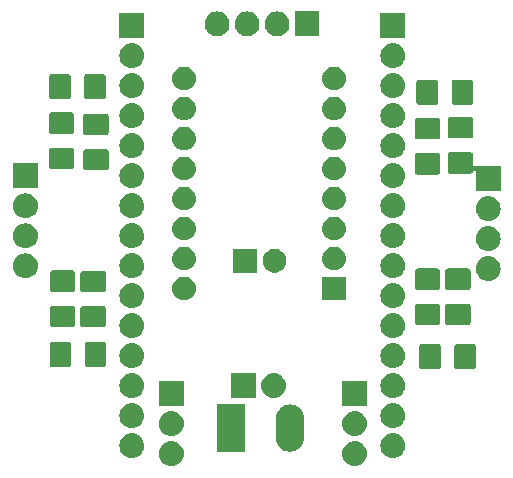
<source format=gbr>
G04 #@! TF.GenerationSoftware,KiCad,Pcbnew,5.0.2-bee76a0~70~ubuntu18.04.1*
G04 #@! TF.CreationDate,2019-01-29T19:41:56+01:00*
G04 #@! TF.ProjectId,ustepper_41_pololu,75737465-7070-4657-925f-34315f706f6c,rev?*
G04 #@! TF.SameCoordinates,Original*
G04 #@! TF.FileFunction,Soldermask,Top*
G04 #@! TF.FilePolarity,Negative*
%FSLAX46Y46*%
G04 Gerber Fmt 4.6, Leading zero omitted, Abs format (unit mm)*
G04 Created by KiCad (PCBNEW 5.0.2-bee76a0~70~ubuntu18.04.1) date mar 29 ene 2019 19:41:56 CET*
%MOMM*%
%LPD*%
G01*
G04 APERTURE LIST*
%ADD10C,0.100000*%
G04 APERTURE END LIST*
D10*
G36*
X193401947Y-87480055D02*
X193479076Y-87487652D01*
X193611027Y-87527679D01*
X193677003Y-87547692D01*
X193859412Y-87645192D01*
X194019294Y-87776405D01*
X194150507Y-87936287D01*
X194248007Y-88118696D01*
X194248007Y-88118697D01*
X194308047Y-88316623D01*
X194328320Y-88522459D01*
X194308047Y-88728295D01*
X194279753Y-88821567D01*
X194248007Y-88926222D01*
X194150507Y-89108631D01*
X194019294Y-89268513D01*
X193859412Y-89399726D01*
X193677003Y-89497226D01*
X193611027Y-89517239D01*
X193479076Y-89557266D01*
X193401947Y-89564863D01*
X193324820Y-89572459D01*
X193221660Y-89572459D01*
X193144533Y-89564862D01*
X193067404Y-89557266D01*
X192935453Y-89517239D01*
X192869477Y-89497226D01*
X192687068Y-89399726D01*
X192527186Y-89268513D01*
X192395973Y-89108631D01*
X192298473Y-88926222D01*
X192266727Y-88821567D01*
X192238433Y-88728295D01*
X192218160Y-88522459D01*
X192238433Y-88316623D01*
X192298473Y-88118697D01*
X192298473Y-88118696D01*
X192395973Y-87936287D01*
X192527186Y-87776405D01*
X192687068Y-87645192D01*
X192869477Y-87547692D01*
X192935453Y-87527679D01*
X193067404Y-87487652D01*
X193144533Y-87480056D01*
X193221660Y-87472459D01*
X193324820Y-87472459D01*
X193401947Y-87480055D01*
X193401947Y-87480055D01*
G37*
G36*
X177882547Y-87480055D02*
X177959676Y-87487652D01*
X178091627Y-87527679D01*
X178157603Y-87547692D01*
X178340012Y-87645192D01*
X178499894Y-87776405D01*
X178631107Y-87936287D01*
X178728607Y-88118696D01*
X178728607Y-88118697D01*
X178788647Y-88316623D01*
X178808920Y-88522459D01*
X178788647Y-88728295D01*
X178760353Y-88821567D01*
X178728607Y-88926222D01*
X178631107Y-89108631D01*
X178499894Y-89268513D01*
X178340012Y-89399726D01*
X178157603Y-89497226D01*
X178091627Y-89517239D01*
X177959676Y-89557266D01*
X177882547Y-89564863D01*
X177805420Y-89572459D01*
X177702260Y-89572459D01*
X177625133Y-89564862D01*
X177548004Y-89557266D01*
X177416053Y-89517239D01*
X177350077Y-89497226D01*
X177167668Y-89399726D01*
X177007786Y-89268513D01*
X176876573Y-89108631D01*
X176779073Y-88926222D01*
X176747327Y-88821567D01*
X176719033Y-88728295D01*
X176698760Y-88522459D01*
X176719033Y-88316623D01*
X176779073Y-88118697D01*
X176779073Y-88118696D01*
X176876573Y-87936287D01*
X177007786Y-87776405D01*
X177167668Y-87645192D01*
X177350077Y-87547692D01*
X177416053Y-87527679D01*
X177548004Y-87487652D01*
X177625133Y-87480055D01*
X177702260Y-87472459D01*
X177805420Y-87472459D01*
X177882547Y-87480055D01*
X177882547Y-87480055D01*
G37*
G36*
X196637907Y-86804396D02*
X196715036Y-86811993D01*
X196846987Y-86852020D01*
X196912963Y-86872033D01*
X197095372Y-86969533D01*
X197255254Y-87100746D01*
X197386467Y-87260628D01*
X197483967Y-87443037D01*
X197503980Y-87509013D01*
X197544007Y-87640964D01*
X197564280Y-87846800D01*
X197544007Y-88052636D01*
X197514232Y-88150791D01*
X197483967Y-88250563D01*
X197386467Y-88432972D01*
X197255254Y-88592854D01*
X197095372Y-88724067D01*
X196912963Y-88821567D01*
X196846987Y-88841580D01*
X196715036Y-88881607D01*
X196637907Y-88889204D01*
X196560780Y-88896800D01*
X196457620Y-88896800D01*
X196380493Y-88889204D01*
X196303364Y-88881607D01*
X196171413Y-88841580D01*
X196105437Y-88821567D01*
X195923028Y-88724067D01*
X195763146Y-88592854D01*
X195631933Y-88432972D01*
X195534433Y-88250563D01*
X195504168Y-88150791D01*
X195474393Y-88052636D01*
X195454120Y-87846800D01*
X195474393Y-87640964D01*
X195514420Y-87509013D01*
X195534433Y-87443037D01*
X195631933Y-87260628D01*
X195763146Y-87100746D01*
X195923028Y-86969533D01*
X196105437Y-86872033D01*
X196171413Y-86852020D01*
X196303364Y-86811993D01*
X196380493Y-86804397D01*
X196457620Y-86796800D01*
X196560780Y-86796800D01*
X196637907Y-86804396D01*
X196637907Y-86804396D01*
G37*
G36*
X174532287Y-86804396D02*
X174609416Y-86811993D01*
X174741367Y-86852020D01*
X174807343Y-86872033D01*
X174989752Y-86969533D01*
X175149634Y-87100746D01*
X175280847Y-87260628D01*
X175378347Y-87443037D01*
X175398360Y-87509013D01*
X175438387Y-87640964D01*
X175458660Y-87846800D01*
X175438387Y-88052636D01*
X175408612Y-88150791D01*
X175378347Y-88250563D01*
X175280847Y-88432972D01*
X175149634Y-88592854D01*
X174989752Y-88724067D01*
X174807343Y-88821567D01*
X174741367Y-88841580D01*
X174609416Y-88881607D01*
X174532287Y-88889204D01*
X174455160Y-88896800D01*
X174352000Y-88896800D01*
X174274873Y-88889204D01*
X174197744Y-88881607D01*
X174065793Y-88841580D01*
X173999817Y-88821567D01*
X173817408Y-88724067D01*
X173657526Y-88592854D01*
X173526313Y-88432972D01*
X173428813Y-88250563D01*
X173398548Y-88150791D01*
X173368773Y-88052636D01*
X173348500Y-87846800D01*
X173368773Y-87640964D01*
X173408800Y-87509013D01*
X173428813Y-87443037D01*
X173526313Y-87260628D01*
X173657526Y-87100746D01*
X173817408Y-86969533D01*
X173999817Y-86872033D01*
X174065793Y-86852020D01*
X174197744Y-86811993D01*
X174274873Y-86804396D01*
X174352000Y-86796800D01*
X174455160Y-86796800D01*
X174532287Y-86804396D01*
X174532287Y-86804396D01*
G37*
G36*
X188028440Y-84365563D02*
X188254641Y-84434181D01*
X188254643Y-84434182D01*
X188254646Y-84434183D01*
X188463105Y-84545606D01*
X188463108Y-84545608D01*
X188463109Y-84545609D01*
X188645834Y-84695566D01*
X188645835Y-84695568D01*
X188645837Y-84695569D01*
X188795792Y-84878290D01*
X188907217Y-85086753D01*
X188907217Y-85086754D01*
X188907219Y-85086758D01*
X188975837Y-85312959D01*
X188993200Y-85489250D01*
X188993200Y-87207150D01*
X188975837Y-87383441D01*
X188907219Y-87609642D01*
X188907217Y-87609647D01*
X188795792Y-87818110D01*
X188645834Y-88000834D01*
X188463110Y-88150792D01*
X188254647Y-88262217D01*
X188254644Y-88262218D01*
X188254642Y-88262219D01*
X188028441Y-88330837D01*
X187793200Y-88354006D01*
X187557960Y-88330837D01*
X187331759Y-88262219D01*
X187331757Y-88262218D01*
X187331754Y-88262217D01*
X187123291Y-88150792D01*
X186940567Y-88000834D01*
X186790609Y-87818110D01*
X186679181Y-87609642D01*
X186610563Y-87383442D01*
X186593200Y-87207151D01*
X186593200Y-85489250D01*
X186610563Y-85312964D01*
X186610563Y-85312960D01*
X186679181Y-85086759D01*
X186679182Y-85086757D01*
X186679183Y-85086754D01*
X186790606Y-84878295D01*
X186919998Y-84720629D01*
X186940566Y-84695566D01*
X186940568Y-84695565D01*
X186940569Y-84695563D01*
X187123290Y-84545608D01*
X187331753Y-84434183D01*
X187331756Y-84434182D01*
X187331758Y-84434181D01*
X187557959Y-84365563D01*
X187793200Y-84342394D01*
X188028440Y-84365563D01*
X188028440Y-84365563D01*
G37*
G36*
X183993200Y-88348200D02*
X181593200Y-88348200D01*
X181593200Y-84348200D01*
X183993200Y-84348200D01*
X183993200Y-88348200D01*
X183993200Y-88348200D01*
G37*
G36*
X177882547Y-84940056D02*
X177959676Y-84947652D01*
X178091627Y-84987679D01*
X178157603Y-85007692D01*
X178340012Y-85105192D01*
X178499894Y-85236405D01*
X178631107Y-85396287D01*
X178728607Y-85578696D01*
X178728607Y-85578697D01*
X178788647Y-85776623D01*
X178808920Y-85982459D01*
X178788647Y-86188295D01*
X178760353Y-86281567D01*
X178728607Y-86386222D01*
X178631107Y-86568631D01*
X178499894Y-86728513D01*
X178340012Y-86859726D01*
X178157603Y-86957226D01*
X178091627Y-86977239D01*
X177959676Y-87017266D01*
X177882547Y-87024863D01*
X177805420Y-87032459D01*
X177702260Y-87032459D01*
X177625133Y-87024863D01*
X177548004Y-87017266D01*
X177416053Y-86977239D01*
X177350077Y-86957226D01*
X177167668Y-86859726D01*
X177007786Y-86728513D01*
X176876573Y-86568631D01*
X176779073Y-86386222D01*
X176747327Y-86281567D01*
X176719033Y-86188295D01*
X176698760Y-85982459D01*
X176719033Y-85776623D01*
X176779073Y-85578697D01*
X176779073Y-85578696D01*
X176876573Y-85396287D01*
X177007786Y-85236405D01*
X177167668Y-85105192D01*
X177350077Y-85007692D01*
X177416053Y-84987679D01*
X177548004Y-84947652D01*
X177625133Y-84940056D01*
X177702260Y-84932459D01*
X177805420Y-84932459D01*
X177882547Y-84940056D01*
X177882547Y-84940056D01*
G37*
G36*
X193401947Y-84940056D02*
X193479076Y-84947652D01*
X193611027Y-84987679D01*
X193677003Y-85007692D01*
X193859412Y-85105192D01*
X194019294Y-85236405D01*
X194150507Y-85396287D01*
X194248007Y-85578696D01*
X194248007Y-85578697D01*
X194308047Y-85776623D01*
X194328320Y-85982459D01*
X194308047Y-86188295D01*
X194279753Y-86281567D01*
X194248007Y-86386222D01*
X194150507Y-86568631D01*
X194019294Y-86728513D01*
X193859412Y-86859726D01*
X193677003Y-86957226D01*
X193611027Y-86977239D01*
X193479076Y-87017266D01*
X193401947Y-87024863D01*
X193324820Y-87032459D01*
X193221660Y-87032459D01*
X193144533Y-87024863D01*
X193067404Y-87017266D01*
X192935453Y-86977239D01*
X192869477Y-86957226D01*
X192687068Y-86859726D01*
X192527186Y-86728513D01*
X192395973Y-86568631D01*
X192298473Y-86386222D01*
X192266727Y-86281567D01*
X192238433Y-86188295D01*
X192218160Y-85982459D01*
X192238433Y-85776623D01*
X192298473Y-85578697D01*
X192298473Y-85578696D01*
X192395973Y-85396287D01*
X192527186Y-85236405D01*
X192687068Y-85105192D01*
X192869477Y-85007692D01*
X192935453Y-84987679D01*
X193067404Y-84947652D01*
X193144533Y-84940056D01*
X193221660Y-84932459D01*
X193324820Y-84932459D01*
X193401947Y-84940056D01*
X193401947Y-84940056D01*
G37*
G36*
X174532287Y-84264397D02*
X174609416Y-84271993D01*
X174741367Y-84312020D01*
X174807343Y-84332033D01*
X174989752Y-84429533D01*
X175149634Y-84560746D01*
X175280847Y-84720628D01*
X175378347Y-84903037D01*
X175398360Y-84969013D01*
X175438387Y-85100964D01*
X175458660Y-85306800D01*
X175438387Y-85512636D01*
X175398360Y-85644587D01*
X175378347Y-85710563D01*
X175280847Y-85892972D01*
X175149634Y-86052854D01*
X174989752Y-86184067D01*
X174807343Y-86281567D01*
X174741367Y-86301580D01*
X174609416Y-86341607D01*
X174532287Y-86349204D01*
X174455160Y-86356800D01*
X174352000Y-86356800D01*
X174274873Y-86349204D01*
X174197744Y-86341607D01*
X174065793Y-86301580D01*
X173999817Y-86281567D01*
X173817408Y-86184067D01*
X173657526Y-86052854D01*
X173526313Y-85892972D01*
X173428813Y-85710563D01*
X173408800Y-85644587D01*
X173368773Y-85512636D01*
X173348500Y-85306800D01*
X173368773Y-85100964D01*
X173408800Y-84969013D01*
X173428813Y-84903037D01*
X173526313Y-84720628D01*
X173657526Y-84560746D01*
X173817408Y-84429533D01*
X173999817Y-84332033D01*
X174065793Y-84312020D01*
X174197744Y-84271993D01*
X174274873Y-84264397D01*
X174352000Y-84256800D01*
X174455160Y-84256800D01*
X174532287Y-84264397D01*
X174532287Y-84264397D01*
G37*
G36*
X196637907Y-84264397D02*
X196715036Y-84271993D01*
X196846987Y-84312020D01*
X196912963Y-84332033D01*
X197095372Y-84429533D01*
X197255254Y-84560746D01*
X197386467Y-84720628D01*
X197483967Y-84903037D01*
X197503980Y-84969013D01*
X197544007Y-85100964D01*
X197564280Y-85306800D01*
X197544007Y-85512636D01*
X197503980Y-85644587D01*
X197483967Y-85710563D01*
X197386467Y-85892972D01*
X197255254Y-86052854D01*
X197095372Y-86184067D01*
X196912963Y-86281567D01*
X196846987Y-86301580D01*
X196715036Y-86341607D01*
X196637907Y-86349204D01*
X196560780Y-86356800D01*
X196457620Y-86356800D01*
X196380493Y-86349204D01*
X196303364Y-86341607D01*
X196171413Y-86301580D01*
X196105437Y-86281567D01*
X195923028Y-86184067D01*
X195763146Y-86052854D01*
X195631933Y-85892972D01*
X195534433Y-85710563D01*
X195514420Y-85644587D01*
X195474393Y-85512636D01*
X195454120Y-85306800D01*
X195474393Y-85100964D01*
X195514420Y-84969013D01*
X195534433Y-84903037D01*
X195631933Y-84720628D01*
X195763146Y-84560746D01*
X195923028Y-84429533D01*
X196105437Y-84332033D01*
X196171413Y-84312020D01*
X196303364Y-84271993D01*
X196380493Y-84264397D01*
X196457620Y-84256800D01*
X196560780Y-84256800D01*
X196637907Y-84264397D01*
X196637907Y-84264397D01*
G37*
G36*
X178803840Y-84492459D02*
X176703840Y-84492459D01*
X176703840Y-82392459D01*
X178803840Y-82392459D01*
X178803840Y-84492459D01*
X178803840Y-84492459D01*
G37*
G36*
X194323240Y-84492459D02*
X192223240Y-84492459D01*
X192223240Y-82392459D01*
X194323240Y-82392459D01*
X194323240Y-84492459D01*
X194323240Y-84492459D01*
G37*
G36*
X196637907Y-81724396D02*
X196715036Y-81731993D01*
X196846987Y-81772020D01*
X196912963Y-81792033D01*
X197095372Y-81889533D01*
X197255254Y-82020746D01*
X197386467Y-82180628D01*
X197483967Y-82363037D01*
X197483967Y-82363038D01*
X197544007Y-82560964D01*
X197564280Y-82766800D01*
X197544007Y-82972636D01*
X197503980Y-83104587D01*
X197483967Y-83170563D01*
X197386467Y-83352972D01*
X197255254Y-83512854D01*
X197095372Y-83644067D01*
X196912963Y-83741567D01*
X196846987Y-83761580D01*
X196715036Y-83801607D01*
X196637907Y-83809203D01*
X196560780Y-83816800D01*
X196457620Y-83816800D01*
X196380493Y-83809203D01*
X196303364Y-83801607D01*
X196171413Y-83761580D01*
X196105437Y-83741567D01*
X195923028Y-83644067D01*
X195763146Y-83512854D01*
X195631933Y-83352972D01*
X195534433Y-83170563D01*
X195514420Y-83104587D01*
X195474393Y-82972636D01*
X195454120Y-82766800D01*
X195474393Y-82560964D01*
X195534433Y-82363038D01*
X195534433Y-82363037D01*
X195631933Y-82180628D01*
X195763146Y-82020746D01*
X195923028Y-81889533D01*
X196105437Y-81792033D01*
X196171413Y-81772020D01*
X196303364Y-81731993D01*
X196380493Y-81724396D01*
X196457620Y-81716800D01*
X196560780Y-81716800D01*
X196637907Y-81724396D01*
X196637907Y-81724396D01*
G37*
G36*
X174532287Y-81724396D02*
X174609416Y-81731993D01*
X174741367Y-81772020D01*
X174807343Y-81792033D01*
X174989752Y-81889533D01*
X175149634Y-82020746D01*
X175280847Y-82180628D01*
X175378347Y-82363037D01*
X175378347Y-82363038D01*
X175438387Y-82560964D01*
X175458660Y-82766800D01*
X175438387Y-82972636D01*
X175398360Y-83104587D01*
X175378347Y-83170563D01*
X175280847Y-83352972D01*
X175149634Y-83512854D01*
X174989752Y-83644067D01*
X174807343Y-83741567D01*
X174741367Y-83761580D01*
X174609416Y-83801607D01*
X174532287Y-83809203D01*
X174455160Y-83816800D01*
X174352000Y-83816800D01*
X174274873Y-83809203D01*
X174197744Y-83801607D01*
X174065793Y-83761580D01*
X173999817Y-83741567D01*
X173817408Y-83644067D01*
X173657526Y-83512854D01*
X173526313Y-83352972D01*
X173428813Y-83170563D01*
X173408800Y-83104587D01*
X173368773Y-82972636D01*
X173348500Y-82766800D01*
X173368773Y-82560964D01*
X173428813Y-82363038D01*
X173428813Y-82363037D01*
X173526313Y-82180628D01*
X173657526Y-82020746D01*
X173817408Y-81889533D01*
X173999817Y-81792033D01*
X174065793Y-81772020D01*
X174197744Y-81731993D01*
X174274873Y-81724396D01*
X174352000Y-81716800D01*
X174455160Y-81716800D01*
X174532287Y-81724396D01*
X174532287Y-81724396D01*
G37*
G36*
X186543947Y-81719316D02*
X186621076Y-81726913D01*
X186753027Y-81766940D01*
X186819003Y-81786953D01*
X187001412Y-81884453D01*
X187161294Y-82015666D01*
X187292507Y-82175548D01*
X187390007Y-82357957D01*
X187390007Y-82357958D01*
X187450047Y-82555884D01*
X187470320Y-82761720D01*
X187450047Y-82967556D01*
X187410020Y-83099507D01*
X187390007Y-83165483D01*
X187292507Y-83347892D01*
X187161294Y-83507774D01*
X187001412Y-83638987D01*
X186819003Y-83736487D01*
X186753027Y-83756500D01*
X186621076Y-83796527D01*
X186543947Y-83804123D01*
X186466820Y-83811720D01*
X186363660Y-83811720D01*
X186286533Y-83804123D01*
X186209404Y-83796527D01*
X186077453Y-83756500D01*
X186011477Y-83736487D01*
X185829068Y-83638987D01*
X185669186Y-83507774D01*
X185537973Y-83347892D01*
X185440473Y-83165483D01*
X185420460Y-83099507D01*
X185380433Y-82967556D01*
X185360160Y-82761720D01*
X185380433Y-82555884D01*
X185440473Y-82357958D01*
X185440473Y-82357957D01*
X185537973Y-82175548D01*
X185669186Y-82015666D01*
X185829068Y-81884453D01*
X186011477Y-81786953D01*
X186077453Y-81766940D01*
X186209404Y-81726913D01*
X186286533Y-81719316D01*
X186363660Y-81711720D01*
X186466820Y-81711720D01*
X186543947Y-81719316D01*
X186543947Y-81719316D01*
G37*
G36*
X184925240Y-83811720D02*
X182825240Y-83811720D01*
X182825240Y-81711720D01*
X184925240Y-81711720D01*
X184925240Y-83811720D01*
X184925240Y-83811720D01*
G37*
G36*
X203352182Y-79240806D02*
X203396904Y-79254373D01*
X203438133Y-79276410D01*
X203474261Y-79306059D01*
X203503910Y-79342187D01*
X203525947Y-79383416D01*
X203539514Y-79428138D01*
X203544700Y-79480795D01*
X203544700Y-81140445D01*
X203539514Y-81193102D01*
X203525947Y-81237824D01*
X203503910Y-81279053D01*
X203474261Y-81315181D01*
X203438133Y-81344830D01*
X203396904Y-81366867D01*
X203352182Y-81380434D01*
X203299525Y-81385620D01*
X201964875Y-81385620D01*
X201912218Y-81380434D01*
X201867496Y-81366867D01*
X201826267Y-81344830D01*
X201790139Y-81315181D01*
X201760490Y-81279053D01*
X201738453Y-81237824D01*
X201724886Y-81193102D01*
X201719700Y-81140445D01*
X201719700Y-79480795D01*
X201724886Y-79428138D01*
X201738453Y-79383416D01*
X201760490Y-79342187D01*
X201790139Y-79306059D01*
X201826267Y-79276410D01*
X201867496Y-79254373D01*
X201912218Y-79240806D01*
X201964875Y-79235620D01*
X203299525Y-79235620D01*
X203352182Y-79240806D01*
X203352182Y-79240806D01*
G37*
G36*
X200377182Y-79240806D02*
X200421904Y-79254373D01*
X200463133Y-79276410D01*
X200499261Y-79306059D01*
X200528910Y-79342187D01*
X200550947Y-79383416D01*
X200564514Y-79428138D01*
X200569700Y-79480795D01*
X200569700Y-81140445D01*
X200564514Y-81193102D01*
X200550947Y-81237824D01*
X200528910Y-81279053D01*
X200499261Y-81315181D01*
X200463133Y-81344830D01*
X200421904Y-81366867D01*
X200377182Y-81380434D01*
X200324525Y-81385620D01*
X198989875Y-81385620D01*
X198937218Y-81380434D01*
X198892496Y-81366867D01*
X198851267Y-81344830D01*
X198815139Y-81315181D01*
X198785490Y-81279053D01*
X198763453Y-81237824D01*
X198749886Y-81193102D01*
X198744700Y-81140445D01*
X198744700Y-79480795D01*
X198749886Y-79428138D01*
X198763453Y-79383416D01*
X198785490Y-79342187D01*
X198815139Y-79306059D01*
X198851267Y-79276410D01*
X198892496Y-79254373D01*
X198937218Y-79240806D01*
X198989875Y-79235620D01*
X200324525Y-79235620D01*
X200377182Y-79240806D01*
X200377182Y-79240806D01*
G37*
G36*
X196637907Y-79184397D02*
X196715036Y-79191993D01*
X196846987Y-79232020D01*
X196912963Y-79252033D01*
X197095372Y-79349533D01*
X197255254Y-79480746D01*
X197386467Y-79640628D01*
X197483967Y-79823037D01*
X197483967Y-79823038D01*
X197544007Y-80020964D01*
X197564280Y-80226800D01*
X197544007Y-80432636D01*
X197503980Y-80564587D01*
X197483967Y-80630563D01*
X197386467Y-80812972D01*
X197255254Y-80972854D01*
X197095372Y-81104067D01*
X196912963Y-81201567D01*
X196846987Y-81221580D01*
X196715036Y-81261607D01*
X196637907Y-81269204D01*
X196560780Y-81276800D01*
X196457620Y-81276800D01*
X196380493Y-81269204D01*
X196303364Y-81261607D01*
X196171413Y-81221580D01*
X196105437Y-81201567D01*
X195923028Y-81104067D01*
X195763146Y-80972854D01*
X195631933Y-80812972D01*
X195534433Y-80630563D01*
X195514420Y-80564587D01*
X195474393Y-80432636D01*
X195454120Y-80226800D01*
X195474393Y-80020964D01*
X195534433Y-79823038D01*
X195534433Y-79823037D01*
X195631933Y-79640628D01*
X195763146Y-79480746D01*
X195923028Y-79349533D01*
X196105437Y-79252033D01*
X196171413Y-79232020D01*
X196303364Y-79191993D01*
X196380493Y-79184397D01*
X196457620Y-79176800D01*
X196560780Y-79176800D01*
X196637907Y-79184397D01*
X196637907Y-79184397D01*
G37*
G36*
X174532287Y-79184397D02*
X174609416Y-79191993D01*
X174741367Y-79232020D01*
X174807343Y-79252033D01*
X174989752Y-79349533D01*
X175149634Y-79480746D01*
X175280847Y-79640628D01*
X175378347Y-79823037D01*
X175378347Y-79823038D01*
X175438387Y-80020964D01*
X175458660Y-80226800D01*
X175438387Y-80432636D01*
X175398360Y-80564587D01*
X175378347Y-80630563D01*
X175280847Y-80812972D01*
X175149634Y-80972854D01*
X174989752Y-81104067D01*
X174807343Y-81201567D01*
X174741367Y-81221580D01*
X174609416Y-81261607D01*
X174532287Y-81269204D01*
X174455160Y-81276800D01*
X174352000Y-81276800D01*
X174274873Y-81269204D01*
X174197744Y-81261607D01*
X174065793Y-81221580D01*
X173999817Y-81201567D01*
X173817408Y-81104067D01*
X173657526Y-80972854D01*
X173526313Y-80812972D01*
X173428813Y-80630563D01*
X173408800Y-80564587D01*
X173368773Y-80432636D01*
X173348500Y-80226800D01*
X173368773Y-80020964D01*
X173428813Y-79823038D01*
X173428813Y-79823037D01*
X173526313Y-79640628D01*
X173657526Y-79480746D01*
X173817408Y-79349533D01*
X173999817Y-79252033D01*
X174065793Y-79232020D01*
X174197744Y-79191993D01*
X174274873Y-79184397D01*
X174352000Y-79176800D01*
X174455160Y-79176800D01*
X174532287Y-79184397D01*
X174532287Y-79184397D01*
G37*
G36*
X169084382Y-79055386D02*
X169129104Y-79068953D01*
X169170333Y-79090990D01*
X169206461Y-79120639D01*
X169236110Y-79156767D01*
X169258147Y-79197996D01*
X169271714Y-79242718D01*
X169276900Y-79295375D01*
X169276900Y-80955025D01*
X169271714Y-81007682D01*
X169258147Y-81052404D01*
X169236110Y-81093633D01*
X169206461Y-81129761D01*
X169170333Y-81159410D01*
X169129104Y-81181447D01*
X169084382Y-81195014D01*
X169031725Y-81200200D01*
X167697075Y-81200200D01*
X167644418Y-81195014D01*
X167599696Y-81181447D01*
X167558467Y-81159410D01*
X167522339Y-81129761D01*
X167492690Y-81093633D01*
X167470653Y-81052404D01*
X167457086Y-81007682D01*
X167451900Y-80955025D01*
X167451900Y-79295375D01*
X167457086Y-79242718D01*
X167470653Y-79197996D01*
X167492690Y-79156767D01*
X167522339Y-79120639D01*
X167558467Y-79090990D01*
X167599696Y-79068953D01*
X167644418Y-79055386D01*
X167697075Y-79050200D01*
X169031725Y-79050200D01*
X169084382Y-79055386D01*
X169084382Y-79055386D01*
G37*
G36*
X172059382Y-79055386D02*
X172104104Y-79068953D01*
X172145333Y-79090990D01*
X172181461Y-79120639D01*
X172211110Y-79156767D01*
X172233147Y-79197996D01*
X172246714Y-79242718D01*
X172251900Y-79295375D01*
X172251900Y-80955025D01*
X172246714Y-81007682D01*
X172233147Y-81052404D01*
X172211110Y-81093633D01*
X172181461Y-81129761D01*
X172145333Y-81159410D01*
X172104104Y-81181447D01*
X172059382Y-81195014D01*
X172006725Y-81200200D01*
X170672075Y-81200200D01*
X170619418Y-81195014D01*
X170574696Y-81181447D01*
X170533467Y-81159410D01*
X170497339Y-81129761D01*
X170467690Y-81093633D01*
X170445653Y-81052404D01*
X170432086Y-81007682D01*
X170426900Y-80955025D01*
X170426900Y-79295375D01*
X170432086Y-79242718D01*
X170445653Y-79197996D01*
X170467690Y-79156767D01*
X170497339Y-79120639D01*
X170533467Y-79090990D01*
X170574696Y-79068953D01*
X170619418Y-79055386D01*
X170672075Y-79050200D01*
X172006725Y-79050200D01*
X172059382Y-79055386D01*
X172059382Y-79055386D01*
G37*
G36*
X196637907Y-76644396D02*
X196715036Y-76651993D01*
X196846987Y-76692020D01*
X196912963Y-76712033D01*
X197095372Y-76809533D01*
X197255254Y-76940746D01*
X197386467Y-77100628D01*
X197483967Y-77283037D01*
X197483967Y-77283038D01*
X197544007Y-77480964D01*
X197564280Y-77686800D01*
X197544007Y-77892636D01*
X197503980Y-78024587D01*
X197483967Y-78090563D01*
X197386467Y-78272972D01*
X197255254Y-78432854D01*
X197095372Y-78564067D01*
X196912963Y-78661567D01*
X196846987Y-78681580D01*
X196715036Y-78721607D01*
X196637907Y-78729203D01*
X196560780Y-78736800D01*
X196457620Y-78736800D01*
X196380493Y-78729203D01*
X196303364Y-78721607D01*
X196171413Y-78681580D01*
X196105437Y-78661567D01*
X195923028Y-78564067D01*
X195763146Y-78432854D01*
X195631933Y-78272972D01*
X195534433Y-78090563D01*
X195514420Y-78024587D01*
X195474393Y-77892636D01*
X195454120Y-77686800D01*
X195474393Y-77480964D01*
X195534433Y-77283038D01*
X195534433Y-77283037D01*
X195631933Y-77100628D01*
X195763146Y-76940746D01*
X195923028Y-76809533D01*
X196105437Y-76712033D01*
X196171413Y-76692020D01*
X196303364Y-76651993D01*
X196380493Y-76644396D01*
X196457620Y-76636800D01*
X196560780Y-76636800D01*
X196637907Y-76644396D01*
X196637907Y-76644396D01*
G37*
G36*
X174532287Y-76644396D02*
X174609416Y-76651993D01*
X174741367Y-76692020D01*
X174807343Y-76712033D01*
X174989752Y-76809533D01*
X175149634Y-76940746D01*
X175280847Y-77100628D01*
X175378347Y-77283037D01*
X175378347Y-77283038D01*
X175438387Y-77480964D01*
X175458660Y-77686800D01*
X175438387Y-77892636D01*
X175398360Y-78024587D01*
X175378347Y-78090563D01*
X175280847Y-78272972D01*
X175149634Y-78432854D01*
X174989752Y-78564067D01*
X174807343Y-78661567D01*
X174741367Y-78681580D01*
X174609416Y-78721607D01*
X174532287Y-78729203D01*
X174455160Y-78736800D01*
X174352000Y-78736800D01*
X174274873Y-78729203D01*
X174197744Y-78721607D01*
X174065793Y-78681580D01*
X173999817Y-78661567D01*
X173817408Y-78564067D01*
X173657526Y-78432854D01*
X173526313Y-78272972D01*
X173428813Y-78090563D01*
X173408800Y-78024587D01*
X173368773Y-77892636D01*
X173348500Y-77686800D01*
X173368773Y-77480964D01*
X173428813Y-77283038D01*
X173428813Y-77283037D01*
X173526313Y-77100628D01*
X173657526Y-76940746D01*
X173817408Y-76809533D01*
X173999817Y-76712033D01*
X174065793Y-76692020D01*
X174197744Y-76651993D01*
X174274873Y-76644396D01*
X174352000Y-76636800D01*
X174455160Y-76636800D01*
X174532287Y-76644396D01*
X174532287Y-76644396D01*
G37*
G36*
X172017082Y-76019086D02*
X172061804Y-76032653D01*
X172103033Y-76054690D01*
X172139161Y-76084339D01*
X172168810Y-76120467D01*
X172190847Y-76161696D01*
X172204414Y-76206418D01*
X172209600Y-76259075D01*
X172209600Y-77593725D01*
X172204414Y-77646382D01*
X172190847Y-77691104D01*
X172168810Y-77732333D01*
X172139161Y-77768461D01*
X172103033Y-77798110D01*
X172061804Y-77820147D01*
X172017082Y-77833714D01*
X171964425Y-77838900D01*
X170304775Y-77838900D01*
X170252118Y-77833714D01*
X170207396Y-77820147D01*
X170166167Y-77798110D01*
X170130039Y-77768461D01*
X170100390Y-77732333D01*
X170078353Y-77691104D01*
X170064786Y-77646382D01*
X170059600Y-77593725D01*
X170059600Y-76259075D01*
X170064786Y-76206418D01*
X170078353Y-76161696D01*
X170100390Y-76120467D01*
X170130039Y-76084339D01*
X170166167Y-76054690D01*
X170207396Y-76032653D01*
X170252118Y-76019086D01*
X170304775Y-76013900D01*
X171964425Y-76013900D01*
X172017082Y-76019086D01*
X172017082Y-76019086D01*
G37*
G36*
X169428822Y-75991146D02*
X169473544Y-76004713D01*
X169514773Y-76026750D01*
X169550901Y-76056399D01*
X169580550Y-76092527D01*
X169602587Y-76133756D01*
X169616154Y-76178478D01*
X169621340Y-76231135D01*
X169621340Y-77565785D01*
X169616154Y-77618442D01*
X169602587Y-77663164D01*
X169580550Y-77704393D01*
X169550901Y-77740521D01*
X169514773Y-77770170D01*
X169473544Y-77792207D01*
X169428822Y-77805774D01*
X169376165Y-77810960D01*
X167716515Y-77810960D01*
X167663858Y-77805774D01*
X167619136Y-77792207D01*
X167577907Y-77770170D01*
X167541779Y-77740521D01*
X167512130Y-77704393D01*
X167490093Y-77663164D01*
X167476526Y-77618442D01*
X167471340Y-77565785D01*
X167471340Y-76231135D01*
X167476526Y-76178478D01*
X167490093Y-76133756D01*
X167512130Y-76092527D01*
X167541779Y-76056399D01*
X167577907Y-76026750D01*
X167619136Y-76004713D01*
X167663858Y-75991146D01*
X167716515Y-75985960D01*
X169376165Y-75985960D01*
X169428822Y-75991146D01*
X169428822Y-75991146D01*
G37*
G36*
X202900942Y-75828586D02*
X202945664Y-75842153D01*
X202986893Y-75864190D01*
X203023021Y-75893839D01*
X203052670Y-75929967D01*
X203074707Y-75971196D01*
X203088274Y-76015918D01*
X203093460Y-76068575D01*
X203093460Y-77403225D01*
X203088274Y-77455882D01*
X203074707Y-77500604D01*
X203052670Y-77541833D01*
X203023021Y-77577961D01*
X202986893Y-77607610D01*
X202945664Y-77629647D01*
X202900942Y-77643214D01*
X202848285Y-77648400D01*
X201188635Y-77648400D01*
X201135978Y-77643214D01*
X201091256Y-77629647D01*
X201050027Y-77607610D01*
X201013899Y-77577961D01*
X200984250Y-77541833D01*
X200962213Y-77500604D01*
X200948646Y-77455882D01*
X200943460Y-77403225D01*
X200943460Y-76068575D01*
X200948646Y-76015918D01*
X200962213Y-75971196D01*
X200984250Y-75929967D01*
X201013899Y-75893839D01*
X201050027Y-75864190D01*
X201091256Y-75842153D01*
X201135978Y-75828586D01*
X201188635Y-75823400D01*
X202848285Y-75823400D01*
X202900942Y-75828586D01*
X202900942Y-75828586D01*
G37*
G36*
X200338082Y-75828586D02*
X200382804Y-75842153D01*
X200424033Y-75864190D01*
X200460161Y-75893839D01*
X200489810Y-75929967D01*
X200511847Y-75971196D01*
X200525414Y-76015918D01*
X200530600Y-76068575D01*
X200530600Y-77403225D01*
X200525414Y-77455882D01*
X200511847Y-77500604D01*
X200489810Y-77541833D01*
X200460161Y-77577961D01*
X200424033Y-77607610D01*
X200382804Y-77629647D01*
X200338082Y-77643214D01*
X200285425Y-77648400D01*
X198625775Y-77648400D01*
X198573118Y-77643214D01*
X198528396Y-77629647D01*
X198487167Y-77607610D01*
X198451039Y-77577961D01*
X198421390Y-77541833D01*
X198399353Y-77500604D01*
X198385786Y-77455882D01*
X198380600Y-77403225D01*
X198380600Y-76068575D01*
X198385786Y-76015918D01*
X198399353Y-75971196D01*
X198421390Y-75929967D01*
X198451039Y-75893839D01*
X198487167Y-75864190D01*
X198528396Y-75842153D01*
X198573118Y-75828586D01*
X198625775Y-75823400D01*
X200285425Y-75823400D01*
X200338082Y-75828586D01*
X200338082Y-75828586D01*
G37*
G36*
X196637907Y-74104397D02*
X196715036Y-74111993D01*
X196846987Y-74152020D01*
X196912963Y-74172033D01*
X197095372Y-74269533D01*
X197255254Y-74400746D01*
X197386467Y-74560628D01*
X197483967Y-74743037D01*
X197490787Y-74765521D01*
X197544007Y-74940964D01*
X197564280Y-75146800D01*
X197544007Y-75352636D01*
X197537923Y-75372691D01*
X197483967Y-75550563D01*
X197386467Y-75732972D01*
X197255254Y-75892854D01*
X197095372Y-76024067D01*
X196912963Y-76121567D01*
X196846987Y-76141580D01*
X196715036Y-76181607D01*
X196637907Y-76189204D01*
X196560780Y-76196800D01*
X196457620Y-76196800D01*
X196380493Y-76189204D01*
X196303364Y-76181607D01*
X196171413Y-76141580D01*
X196105437Y-76121567D01*
X195923028Y-76024067D01*
X195763146Y-75892854D01*
X195631933Y-75732972D01*
X195534433Y-75550563D01*
X195480477Y-75372691D01*
X195474393Y-75352636D01*
X195454120Y-75146800D01*
X195474393Y-74940964D01*
X195527613Y-74765521D01*
X195534433Y-74743037D01*
X195631933Y-74560628D01*
X195763146Y-74400746D01*
X195923028Y-74269533D01*
X196105437Y-74172033D01*
X196171413Y-74152020D01*
X196303364Y-74111993D01*
X196380493Y-74104397D01*
X196457620Y-74096800D01*
X196560780Y-74096800D01*
X196637907Y-74104397D01*
X196637907Y-74104397D01*
G37*
G36*
X174532287Y-74104397D02*
X174609416Y-74111993D01*
X174741367Y-74152020D01*
X174807343Y-74172033D01*
X174989752Y-74269533D01*
X175149634Y-74400746D01*
X175280847Y-74560628D01*
X175378347Y-74743037D01*
X175385167Y-74765521D01*
X175438387Y-74940964D01*
X175458660Y-75146800D01*
X175438387Y-75352636D01*
X175432303Y-75372691D01*
X175378347Y-75550563D01*
X175280847Y-75732972D01*
X175149634Y-75892854D01*
X174989752Y-76024067D01*
X174807343Y-76121567D01*
X174741367Y-76141580D01*
X174609416Y-76181607D01*
X174532287Y-76189204D01*
X174455160Y-76196800D01*
X174352000Y-76196800D01*
X174274873Y-76189204D01*
X174197744Y-76181607D01*
X174065793Y-76141580D01*
X173999817Y-76121567D01*
X173817408Y-76024067D01*
X173657526Y-75892854D01*
X173526313Y-75732972D01*
X173428813Y-75550563D01*
X173374857Y-75372691D01*
X173368773Y-75352636D01*
X173348500Y-75146800D01*
X173368773Y-74940964D01*
X173421993Y-74765521D01*
X173428813Y-74743037D01*
X173526313Y-74560628D01*
X173657526Y-74400746D01*
X173817408Y-74269533D01*
X173999817Y-74172033D01*
X174065793Y-74152020D01*
X174197744Y-74111993D01*
X174274873Y-74104397D01*
X174352000Y-74096800D01*
X174455160Y-74096800D01*
X174532287Y-74104397D01*
X174532287Y-74104397D01*
G37*
G36*
X192530800Y-75537200D02*
X190530800Y-75537200D01*
X190530800Y-73537200D01*
X192530800Y-73537200D01*
X192530800Y-75537200D01*
X192530800Y-75537200D01*
G37*
G36*
X179026830Y-73551669D02*
X179026833Y-73551670D01*
X179026834Y-73551670D01*
X179215335Y-73608851D01*
X179215337Y-73608852D01*
X179389060Y-73701709D01*
X179541328Y-73826672D01*
X179666291Y-73978940D01*
X179759148Y-74152663D01*
X179816331Y-74341170D01*
X179835638Y-74537200D01*
X179816331Y-74733230D01*
X179816330Y-74733233D01*
X179816330Y-74733234D01*
X179782382Y-74845147D01*
X179759148Y-74921737D01*
X179666291Y-75095460D01*
X179541328Y-75247728D01*
X179389060Y-75372691D01*
X179389058Y-75372692D01*
X179215335Y-75465549D01*
X179026834Y-75522730D01*
X179026833Y-75522730D01*
X179026830Y-75522731D01*
X178879924Y-75537200D01*
X178781676Y-75537200D01*
X178634770Y-75522731D01*
X178634767Y-75522730D01*
X178634766Y-75522730D01*
X178446265Y-75465549D01*
X178272542Y-75372692D01*
X178272540Y-75372691D01*
X178120272Y-75247728D01*
X177995309Y-75095460D01*
X177902452Y-74921737D01*
X177879219Y-74845147D01*
X177845270Y-74733234D01*
X177845270Y-74733233D01*
X177845269Y-74733230D01*
X177825962Y-74537200D01*
X177845269Y-74341170D01*
X177902452Y-74152663D01*
X177995309Y-73978940D01*
X178120272Y-73826672D01*
X178272540Y-73701709D01*
X178446263Y-73608852D01*
X178446265Y-73608851D01*
X178634766Y-73551670D01*
X178634767Y-73551670D01*
X178634770Y-73551669D01*
X178781676Y-73537200D01*
X178879924Y-73537200D01*
X179026830Y-73551669D01*
X179026830Y-73551669D01*
G37*
G36*
X172017082Y-73044086D02*
X172061804Y-73057653D01*
X172103033Y-73079690D01*
X172139161Y-73109339D01*
X172168810Y-73145467D01*
X172190847Y-73186696D01*
X172204414Y-73231418D01*
X172209600Y-73284075D01*
X172209600Y-74618725D01*
X172204414Y-74671382D01*
X172190847Y-74716104D01*
X172168810Y-74757333D01*
X172139161Y-74793461D01*
X172103033Y-74823110D01*
X172061804Y-74845147D01*
X172017082Y-74858714D01*
X171964425Y-74863900D01*
X170304775Y-74863900D01*
X170252118Y-74858714D01*
X170207396Y-74845147D01*
X170166167Y-74823110D01*
X170130039Y-74793461D01*
X170100390Y-74757333D01*
X170078353Y-74716104D01*
X170064786Y-74671382D01*
X170059600Y-74618725D01*
X170059600Y-73284075D01*
X170064786Y-73231418D01*
X170078353Y-73186696D01*
X170100390Y-73145467D01*
X170130039Y-73109339D01*
X170166167Y-73079690D01*
X170207396Y-73057653D01*
X170252118Y-73044086D01*
X170304775Y-73038900D01*
X171964425Y-73038900D01*
X172017082Y-73044086D01*
X172017082Y-73044086D01*
G37*
G36*
X169428822Y-73016146D02*
X169473544Y-73029713D01*
X169514773Y-73051750D01*
X169550901Y-73081399D01*
X169580550Y-73117527D01*
X169602587Y-73158756D01*
X169616154Y-73203478D01*
X169621340Y-73256135D01*
X169621340Y-74590785D01*
X169616154Y-74643442D01*
X169602587Y-74688164D01*
X169580550Y-74729393D01*
X169550901Y-74765521D01*
X169514773Y-74795170D01*
X169473544Y-74817207D01*
X169428822Y-74830774D01*
X169376165Y-74835960D01*
X167716515Y-74835960D01*
X167663858Y-74830774D01*
X167619136Y-74817207D01*
X167577907Y-74795170D01*
X167541779Y-74765521D01*
X167512130Y-74729393D01*
X167490093Y-74688164D01*
X167476526Y-74643442D01*
X167471340Y-74590785D01*
X167471340Y-73256135D01*
X167476526Y-73203478D01*
X167490093Y-73158756D01*
X167512130Y-73117527D01*
X167541779Y-73081399D01*
X167577907Y-73051750D01*
X167619136Y-73029713D01*
X167663858Y-73016146D01*
X167716515Y-73010960D01*
X169376165Y-73010960D01*
X169428822Y-73016146D01*
X169428822Y-73016146D01*
G37*
G36*
X202900942Y-72853586D02*
X202945664Y-72867153D01*
X202986893Y-72889190D01*
X203023021Y-72918839D01*
X203052670Y-72954967D01*
X203074707Y-72996196D01*
X203088274Y-73040918D01*
X203093460Y-73093575D01*
X203093460Y-74428225D01*
X203088274Y-74480882D01*
X203074707Y-74525604D01*
X203052670Y-74566833D01*
X203023021Y-74602961D01*
X202986893Y-74632610D01*
X202945664Y-74654647D01*
X202900942Y-74668214D01*
X202848285Y-74673400D01*
X201188635Y-74673400D01*
X201135978Y-74668214D01*
X201091256Y-74654647D01*
X201050027Y-74632610D01*
X201013899Y-74602961D01*
X200984250Y-74566833D01*
X200962213Y-74525604D01*
X200948646Y-74480882D01*
X200943460Y-74428225D01*
X200943460Y-73093575D01*
X200948646Y-73040918D01*
X200962213Y-72996196D01*
X200984250Y-72954967D01*
X201013899Y-72918839D01*
X201050027Y-72889190D01*
X201091256Y-72867153D01*
X201135978Y-72853586D01*
X201188635Y-72848400D01*
X202848285Y-72848400D01*
X202900942Y-72853586D01*
X202900942Y-72853586D01*
G37*
G36*
X200338082Y-72853586D02*
X200382804Y-72867153D01*
X200424033Y-72889190D01*
X200460161Y-72918839D01*
X200489810Y-72954967D01*
X200511847Y-72996196D01*
X200525414Y-73040918D01*
X200530600Y-73093575D01*
X200530600Y-74428225D01*
X200525414Y-74480882D01*
X200511847Y-74525604D01*
X200489810Y-74566833D01*
X200460161Y-74602961D01*
X200424033Y-74632610D01*
X200382804Y-74654647D01*
X200338082Y-74668214D01*
X200285425Y-74673400D01*
X198625775Y-74673400D01*
X198573118Y-74668214D01*
X198528396Y-74654647D01*
X198487167Y-74632610D01*
X198451039Y-74602961D01*
X198421390Y-74566833D01*
X198399353Y-74525604D01*
X198385786Y-74480882D01*
X198380600Y-74428225D01*
X198380600Y-73093575D01*
X198385786Y-73040918D01*
X198399353Y-72996196D01*
X198421390Y-72954967D01*
X198451039Y-72918839D01*
X198487167Y-72889190D01*
X198528396Y-72867153D01*
X198573118Y-72853586D01*
X198625775Y-72848400D01*
X200285425Y-72848400D01*
X200338082Y-72853586D01*
X200338082Y-72853586D01*
G37*
G36*
X204712567Y-71813317D02*
X204789696Y-71820913D01*
X204921008Y-71860746D01*
X204987623Y-71880953D01*
X205170032Y-71978453D01*
X205329914Y-72109666D01*
X205461127Y-72269548D01*
X205558627Y-72451957D01*
X205558627Y-72451958D01*
X205618667Y-72649884D01*
X205638940Y-72855720D01*
X205618667Y-73061556D01*
X205593213Y-73145467D01*
X205558627Y-73259483D01*
X205461127Y-73441892D01*
X205329914Y-73601774D01*
X205170032Y-73732987D01*
X204987623Y-73830487D01*
X204921647Y-73850500D01*
X204789696Y-73890527D01*
X204712567Y-73898124D01*
X204635440Y-73905720D01*
X204532280Y-73905720D01*
X204455153Y-73898124D01*
X204378024Y-73890527D01*
X204246073Y-73850500D01*
X204180097Y-73830487D01*
X203997688Y-73732987D01*
X203837806Y-73601774D01*
X203706593Y-73441892D01*
X203609093Y-73259483D01*
X203574507Y-73145467D01*
X203549053Y-73061556D01*
X203528780Y-72855720D01*
X203549053Y-72649884D01*
X203609093Y-72451958D01*
X203609093Y-72451957D01*
X203706593Y-72269548D01*
X203837806Y-72109666D01*
X203997688Y-71978453D01*
X204180097Y-71880953D01*
X204246712Y-71860746D01*
X204378024Y-71820913D01*
X204455153Y-71813317D01*
X204532280Y-71805720D01*
X204635440Y-71805720D01*
X204712567Y-71813317D01*
X204712567Y-71813317D01*
G37*
G36*
X165520367Y-71577096D02*
X165597496Y-71584693D01*
X165729447Y-71624720D01*
X165795423Y-71644733D01*
X165977832Y-71742233D01*
X166137714Y-71873446D01*
X166268927Y-72033328D01*
X166366427Y-72215737D01*
X166366427Y-72215738D01*
X166426467Y-72413664D01*
X166446740Y-72619500D01*
X166426467Y-72825336D01*
X166417897Y-72853586D01*
X166366427Y-73023263D01*
X166268927Y-73205672D01*
X166137714Y-73365554D01*
X165977832Y-73496767D01*
X165795423Y-73594267D01*
X165770675Y-73601774D01*
X165597496Y-73654307D01*
X165520367Y-73661903D01*
X165443240Y-73669500D01*
X165340080Y-73669500D01*
X165262953Y-73661903D01*
X165185824Y-73654307D01*
X165012645Y-73601774D01*
X164987897Y-73594267D01*
X164805488Y-73496767D01*
X164645606Y-73365554D01*
X164514393Y-73205672D01*
X164416893Y-73023263D01*
X164365423Y-72853586D01*
X164356853Y-72825336D01*
X164336580Y-72619500D01*
X164356853Y-72413664D01*
X164416893Y-72215738D01*
X164416893Y-72215737D01*
X164514393Y-72033328D01*
X164645606Y-71873446D01*
X164805488Y-71742233D01*
X164987897Y-71644733D01*
X165053873Y-71624720D01*
X165185824Y-71584693D01*
X165262953Y-71577096D01*
X165340080Y-71569500D01*
X165443240Y-71569500D01*
X165520367Y-71577096D01*
X165520367Y-71577096D01*
G37*
G36*
X174532287Y-71564396D02*
X174609416Y-71571993D01*
X174741367Y-71612020D01*
X174807343Y-71632033D01*
X174989752Y-71729533D01*
X175149634Y-71860746D01*
X175280847Y-72020628D01*
X175378347Y-72203037D01*
X175398360Y-72269013D01*
X175438387Y-72400964D01*
X175458660Y-72606800D01*
X175438387Y-72812636D01*
X175411170Y-72902359D01*
X175378347Y-73010563D01*
X175280847Y-73192972D01*
X175149634Y-73352854D01*
X174989752Y-73484067D01*
X174807343Y-73581567D01*
X174765476Y-73594267D01*
X174609416Y-73641607D01*
X174532287Y-73649203D01*
X174455160Y-73656800D01*
X174352000Y-73656800D01*
X174274873Y-73649203D01*
X174197744Y-73641607D01*
X174041684Y-73594267D01*
X173999817Y-73581567D01*
X173817408Y-73484067D01*
X173657526Y-73352854D01*
X173526313Y-73192972D01*
X173428813Y-73010563D01*
X173395990Y-72902359D01*
X173368773Y-72812636D01*
X173348500Y-72606800D01*
X173368773Y-72400964D01*
X173408800Y-72269013D01*
X173428813Y-72203037D01*
X173526313Y-72020628D01*
X173657526Y-71860746D01*
X173817408Y-71729533D01*
X173999817Y-71632033D01*
X174065793Y-71612020D01*
X174197744Y-71571993D01*
X174274873Y-71564396D01*
X174352000Y-71556800D01*
X174455160Y-71556800D01*
X174532287Y-71564396D01*
X174532287Y-71564396D01*
G37*
G36*
X196637907Y-71564396D02*
X196715036Y-71571993D01*
X196846987Y-71612020D01*
X196912963Y-71632033D01*
X197095372Y-71729533D01*
X197255254Y-71860746D01*
X197386467Y-72020628D01*
X197483967Y-72203037D01*
X197503980Y-72269013D01*
X197544007Y-72400964D01*
X197564280Y-72606800D01*
X197544007Y-72812636D01*
X197516790Y-72902359D01*
X197483967Y-73010563D01*
X197386467Y-73192972D01*
X197255254Y-73352854D01*
X197095372Y-73484067D01*
X196912963Y-73581567D01*
X196871096Y-73594267D01*
X196715036Y-73641607D01*
X196637907Y-73649203D01*
X196560780Y-73656800D01*
X196457620Y-73656800D01*
X196380493Y-73649203D01*
X196303364Y-73641607D01*
X196147304Y-73594267D01*
X196105437Y-73581567D01*
X195923028Y-73484067D01*
X195763146Y-73352854D01*
X195631933Y-73192972D01*
X195534433Y-73010563D01*
X195501610Y-72902359D01*
X195474393Y-72812636D01*
X195454120Y-72606800D01*
X195474393Y-72400964D01*
X195514420Y-72269013D01*
X195534433Y-72203037D01*
X195631933Y-72020628D01*
X195763146Y-71860746D01*
X195923028Y-71729533D01*
X196105437Y-71632033D01*
X196171413Y-71612020D01*
X196303364Y-71571993D01*
X196380493Y-71564396D01*
X196457620Y-71556800D01*
X196560780Y-71556800D01*
X196637907Y-71564396D01*
X196637907Y-71564396D01*
G37*
G36*
X186662770Y-71208152D02*
X186778689Y-71231209D01*
X186960678Y-71306591D01*
X187124463Y-71416029D01*
X187263751Y-71555317D01*
X187373189Y-71719102D01*
X187448571Y-71901091D01*
X187463959Y-71978453D01*
X187474875Y-72033329D01*
X187487000Y-72094289D01*
X187487000Y-72291271D01*
X187448571Y-72484469D01*
X187373189Y-72666458D01*
X187263751Y-72830243D01*
X187124463Y-72969531D01*
X186960678Y-73078969D01*
X186778689Y-73154351D01*
X186662770Y-73177408D01*
X186585493Y-73192780D01*
X186388507Y-73192780D01*
X186311230Y-73177408D01*
X186195311Y-73154351D01*
X186013322Y-73078969D01*
X185849537Y-72969531D01*
X185710249Y-72830243D01*
X185600811Y-72666458D01*
X185525429Y-72484469D01*
X185487000Y-72291271D01*
X185487000Y-72094289D01*
X185499126Y-72033329D01*
X185510041Y-71978453D01*
X185525429Y-71901091D01*
X185600811Y-71719102D01*
X185710249Y-71555317D01*
X185849537Y-71416029D01*
X186013322Y-71306591D01*
X186195311Y-71231209D01*
X186311230Y-71208152D01*
X186388507Y-71192780D01*
X186585493Y-71192780D01*
X186662770Y-71208152D01*
X186662770Y-71208152D01*
G37*
G36*
X184987000Y-73192780D02*
X182987000Y-73192780D01*
X182987000Y-71192780D01*
X184987000Y-71192780D01*
X184987000Y-73192780D01*
X184987000Y-73192780D01*
G37*
G36*
X191726830Y-71011669D02*
X191726833Y-71011670D01*
X191726834Y-71011670D01*
X191915335Y-71068851D01*
X191915337Y-71068852D01*
X192089060Y-71161709D01*
X192241328Y-71286672D01*
X192366291Y-71438940D01*
X192436077Y-71569500D01*
X192459149Y-71612665D01*
X192491436Y-71719102D01*
X192516331Y-71801170D01*
X192535638Y-71997200D01*
X192516331Y-72193230D01*
X192516330Y-72193233D01*
X192516330Y-72193234D01*
X192509504Y-72215738D01*
X192459148Y-72381737D01*
X192366291Y-72555460D01*
X192241328Y-72707728D01*
X192089060Y-72832691D01*
X191927889Y-72918839D01*
X191915335Y-72925549D01*
X191726834Y-72982730D01*
X191726833Y-72982730D01*
X191726830Y-72982731D01*
X191579924Y-72997200D01*
X191481676Y-72997200D01*
X191334770Y-72982731D01*
X191334767Y-72982730D01*
X191334766Y-72982730D01*
X191146265Y-72925549D01*
X191133711Y-72918839D01*
X190972540Y-72832691D01*
X190820272Y-72707728D01*
X190695309Y-72555460D01*
X190602452Y-72381737D01*
X190552097Y-72215738D01*
X190545270Y-72193234D01*
X190545270Y-72193233D01*
X190545269Y-72193230D01*
X190525962Y-71997200D01*
X190545269Y-71801170D01*
X190570164Y-71719102D01*
X190602451Y-71612665D01*
X190625523Y-71569500D01*
X190695309Y-71438940D01*
X190820272Y-71286672D01*
X190972540Y-71161709D01*
X191146263Y-71068852D01*
X191146265Y-71068851D01*
X191334766Y-71011670D01*
X191334767Y-71011670D01*
X191334770Y-71011669D01*
X191481676Y-70997200D01*
X191579924Y-70997200D01*
X191726830Y-71011669D01*
X191726830Y-71011669D01*
G37*
G36*
X179026830Y-71011669D02*
X179026833Y-71011670D01*
X179026834Y-71011670D01*
X179215335Y-71068851D01*
X179215337Y-71068852D01*
X179389060Y-71161709D01*
X179541328Y-71286672D01*
X179666291Y-71438940D01*
X179736077Y-71569500D01*
X179759149Y-71612665D01*
X179791436Y-71719102D01*
X179816331Y-71801170D01*
X179835638Y-71997200D01*
X179816331Y-72193230D01*
X179816330Y-72193233D01*
X179816330Y-72193234D01*
X179809504Y-72215738D01*
X179759148Y-72381737D01*
X179666291Y-72555460D01*
X179541328Y-72707728D01*
X179389060Y-72832691D01*
X179227889Y-72918839D01*
X179215335Y-72925549D01*
X179026834Y-72982730D01*
X179026833Y-72982730D01*
X179026830Y-72982731D01*
X178879924Y-72997200D01*
X178781676Y-72997200D01*
X178634770Y-72982731D01*
X178634767Y-72982730D01*
X178634766Y-72982730D01*
X178446265Y-72925549D01*
X178433711Y-72918839D01*
X178272540Y-72832691D01*
X178120272Y-72707728D01*
X177995309Y-72555460D01*
X177902452Y-72381737D01*
X177852097Y-72215738D01*
X177845270Y-72193234D01*
X177845270Y-72193233D01*
X177845269Y-72193230D01*
X177825962Y-71997200D01*
X177845269Y-71801170D01*
X177870164Y-71719102D01*
X177902451Y-71612665D01*
X177925523Y-71569500D01*
X177995309Y-71438940D01*
X178120272Y-71286672D01*
X178272540Y-71161709D01*
X178446263Y-71068852D01*
X178446265Y-71068851D01*
X178634766Y-71011670D01*
X178634767Y-71011670D01*
X178634770Y-71011669D01*
X178781676Y-70997200D01*
X178879924Y-70997200D01*
X179026830Y-71011669D01*
X179026830Y-71011669D01*
G37*
G36*
X204712567Y-69273317D02*
X204789696Y-69280913D01*
X204921008Y-69320746D01*
X204987623Y-69340953D01*
X205170032Y-69438453D01*
X205329914Y-69569666D01*
X205461127Y-69729548D01*
X205558627Y-69911957D01*
X205558627Y-69911958D01*
X205618667Y-70109884D01*
X205638940Y-70315720D01*
X205618667Y-70521556D01*
X205578803Y-70652971D01*
X205558627Y-70719483D01*
X205461127Y-70901892D01*
X205329914Y-71061774D01*
X205170032Y-71192987D01*
X204987623Y-71290487D01*
X204934534Y-71306591D01*
X204789696Y-71350527D01*
X204712567Y-71358123D01*
X204635440Y-71365720D01*
X204532280Y-71365720D01*
X204455153Y-71358123D01*
X204378024Y-71350527D01*
X204233186Y-71306591D01*
X204180097Y-71290487D01*
X203997688Y-71192987D01*
X203837806Y-71061774D01*
X203706593Y-70901892D01*
X203609093Y-70719483D01*
X203588917Y-70652971D01*
X203549053Y-70521556D01*
X203528780Y-70315720D01*
X203549053Y-70109884D01*
X203609093Y-69911958D01*
X203609093Y-69911957D01*
X203706593Y-69729548D01*
X203837806Y-69569666D01*
X203997688Y-69438453D01*
X204180097Y-69340953D01*
X204246712Y-69320746D01*
X204378024Y-69280913D01*
X204455153Y-69273317D01*
X204532280Y-69265720D01*
X204635440Y-69265720D01*
X204712567Y-69273317D01*
X204712567Y-69273317D01*
G37*
G36*
X165520367Y-69037097D02*
X165597496Y-69044693D01*
X165729447Y-69084720D01*
X165795423Y-69104733D01*
X165977832Y-69202233D01*
X166137714Y-69333446D01*
X166268927Y-69493328D01*
X166366427Y-69675737D01*
X166366427Y-69675738D01*
X166426467Y-69873664D01*
X166446740Y-70079500D01*
X166426467Y-70285336D01*
X166417250Y-70315720D01*
X166366427Y-70483263D01*
X166268927Y-70665672D01*
X166137714Y-70825554D01*
X165977832Y-70956767D01*
X165795423Y-71054267D01*
X165770675Y-71061774D01*
X165597496Y-71114307D01*
X165520367Y-71121904D01*
X165443240Y-71129500D01*
X165340080Y-71129500D01*
X165262953Y-71121904D01*
X165185824Y-71114307D01*
X165012645Y-71061774D01*
X164987897Y-71054267D01*
X164805488Y-70956767D01*
X164645606Y-70825554D01*
X164514393Y-70665672D01*
X164416893Y-70483263D01*
X164366070Y-70315720D01*
X164356853Y-70285336D01*
X164336580Y-70079500D01*
X164356853Y-69873664D01*
X164416893Y-69675738D01*
X164416893Y-69675737D01*
X164514393Y-69493328D01*
X164645606Y-69333446D01*
X164805488Y-69202233D01*
X164987897Y-69104733D01*
X165053873Y-69084720D01*
X165185824Y-69044693D01*
X165262953Y-69037097D01*
X165340080Y-69029500D01*
X165443240Y-69029500D01*
X165520367Y-69037097D01*
X165520367Y-69037097D01*
G37*
G36*
X196637907Y-69024397D02*
X196715036Y-69031993D01*
X196846987Y-69072020D01*
X196912963Y-69092033D01*
X197095372Y-69189533D01*
X197255254Y-69320746D01*
X197386467Y-69480628D01*
X197483967Y-69663037D01*
X197503980Y-69729013D01*
X197544007Y-69860964D01*
X197564280Y-70066800D01*
X197544007Y-70272636D01*
X197509756Y-70385548D01*
X197483967Y-70470563D01*
X197386467Y-70652972D01*
X197255254Y-70812854D01*
X197095372Y-70944067D01*
X196912963Y-71041567D01*
X196871096Y-71054267D01*
X196715036Y-71101607D01*
X196637907Y-71109204D01*
X196560780Y-71116800D01*
X196457620Y-71116800D01*
X196380493Y-71109204D01*
X196303364Y-71101607D01*
X196147304Y-71054267D01*
X196105437Y-71041567D01*
X195923028Y-70944067D01*
X195763146Y-70812854D01*
X195631933Y-70652972D01*
X195534433Y-70470563D01*
X195508644Y-70385548D01*
X195474393Y-70272636D01*
X195454120Y-70066800D01*
X195474393Y-69860964D01*
X195514420Y-69729013D01*
X195534433Y-69663037D01*
X195631933Y-69480628D01*
X195763146Y-69320746D01*
X195923028Y-69189533D01*
X196105437Y-69092033D01*
X196171413Y-69072020D01*
X196303364Y-69031993D01*
X196380493Y-69024397D01*
X196457620Y-69016800D01*
X196560780Y-69016800D01*
X196637907Y-69024397D01*
X196637907Y-69024397D01*
G37*
G36*
X174532287Y-69024397D02*
X174609416Y-69031993D01*
X174741367Y-69072020D01*
X174807343Y-69092033D01*
X174989752Y-69189533D01*
X175149634Y-69320746D01*
X175280847Y-69480628D01*
X175378347Y-69663037D01*
X175398360Y-69729013D01*
X175438387Y-69860964D01*
X175458660Y-70066800D01*
X175438387Y-70272636D01*
X175404136Y-70385548D01*
X175378347Y-70470563D01*
X175280847Y-70652972D01*
X175149634Y-70812854D01*
X174989752Y-70944067D01*
X174807343Y-71041567D01*
X174765476Y-71054267D01*
X174609416Y-71101607D01*
X174532287Y-71109204D01*
X174455160Y-71116800D01*
X174352000Y-71116800D01*
X174274873Y-71109204D01*
X174197744Y-71101607D01*
X174041684Y-71054267D01*
X173999817Y-71041567D01*
X173817408Y-70944067D01*
X173657526Y-70812854D01*
X173526313Y-70652972D01*
X173428813Y-70470563D01*
X173403024Y-70385548D01*
X173368773Y-70272636D01*
X173348500Y-70066800D01*
X173368773Y-69860964D01*
X173408800Y-69729013D01*
X173428813Y-69663037D01*
X173526313Y-69480628D01*
X173657526Y-69320746D01*
X173817408Y-69189533D01*
X173999817Y-69092033D01*
X174065793Y-69072020D01*
X174197744Y-69031993D01*
X174274873Y-69024397D01*
X174352000Y-69016800D01*
X174455160Y-69016800D01*
X174532287Y-69024397D01*
X174532287Y-69024397D01*
G37*
G36*
X191726830Y-68471669D02*
X191726833Y-68471670D01*
X191726834Y-68471670D01*
X191915335Y-68528851D01*
X191915337Y-68528852D01*
X192089060Y-68621709D01*
X192241328Y-68746672D01*
X192366291Y-68898940D01*
X192436077Y-69029500D01*
X192459149Y-69072665D01*
X192494600Y-69189533D01*
X192516331Y-69261170D01*
X192535638Y-69457200D01*
X192516331Y-69653230D01*
X192516330Y-69653233D01*
X192516330Y-69653234D01*
X192509504Y-69675738D01*
X192459148Y-69841737D01*
X192366291Y-70015460D01*
X192241328Y-70167728D01*
X192089060Y-70292691D01*
X192089058Y-70292692D01*
X191915335Y-70385549D01*
X191726834Y-70442730D01*
X191726833Y-70442730D01*
X191726830Y-70442731D01*
X191579924Y-70457200D01*
X191481676Y-70457200D01*
X191334770Y-70442731D01*
X191334767Y-70442730D01*
X191334766Y-70442730D01*
X191146265Y-70385549D01*
X190972542Y-70292692D01*
X190972540Y-70292691D01*
X190820272Y-70167728D01*
X190695309Y-70015460D01*
X190602452Y-69841737D01*
X190552097Y-69675738D01*
X190545270Y-69653234D01*
X190545270Y-69653233D01*
X190545269Y-69653230D01*
X190525962Y-69457200D01*
X190545269Y-69261170D01*
X190567000Y-69189533D01*
X190602451Y-69072665D01*
X190625523Y-69029500D01*
X190695309Y-68898940D01*
X190820272Y-68746672D01*
X190972540Y-68621709D01*
X191146263Y-68528852D01*
X191146265Y-68528851D01*
X191334766Y-68471670D01*
X191334767Y-68471670D01*
X191334770Y-68471669D01*
X191481676Y-68457200D01*
X191579924Y-68457200D01*
X191726830Y-68471669D01*
X191726830Y-68471669D01*
G37*
G36*
X179026830Y-68471669D02*
X179026833Y-68471670D01*
X179026834Y-68471670D01*
X179215335Y-68528851D01*
X179215337Y-68528852D01*
X179389060Y-68621709D01*
X179541328Y-68746672D01*
X179666291Y-68898940D01*
X179736077Y-69029500D01*
X179759149Y-69072665D01*
X179794600Y-69189533D01*
X179816331Y-69261170D01*
X179835638Y-69457200D01*
X179816331Y-69653230D01*
X179816330Y-69653233D01*
X179816330Y-69653234D01*
X179809504Y-69675738D01*
X179759148Y-69841737D01*
X179666291Y-70015460D01*
X179541328Y-70167728D01*
X179389060Y-70292691D01*
X179389058Y-70292692D01*
X179215335Y-70385549D01*
X179026834Y-70442730D01*
X179026833Y-70442730D01*
X179026830Y-70442731D01*
X178879924Y-70457200D01*
X178781676Y-70457200D01*
X178634770Y-70442731D01*
X178634767Y-70442730D01*
X178634766Y-70442730D01*
X178446265Y-70385549D01*
X178272542Y-70292692D01*
X178272540Y-70292691D01*
X178120272Y-70167728D01*
X177995309Y-70015460D01*
X177902452Y-69841737D01*
X177852097Y-69675738D01*
X177845270Y-69653234D01*
X177845270Y-69653233D01*
X177845269Y-69653230D01*
X177825962Y-69457200D01*
X177845269Y-69261170D01*
X177867000Y-69189533D01*
X177902451Y-69072665D01*
X177925523Y-69029500D01*
X177995309Y-68898940D01*
X178120272Y-68746672D01*
X178272540Y-68621709D01*
X178446263Y-68528852D01*
X178446265Y-68528851D01*
X178634766Y-68471670D01*
X178634767Y-68471670D01*
X178634770Y-68471669D01*
X178781676Y-68457200D01*
X178879924Y-68457200D01*
X179026830Y-68471669D01*
X179026830Y-68471669D01*
G37*
G36*
X204712567Y-66733317D02*
X204789696Y-66740913D01*
X204921008Y-66780746D01*
X204987623Y-66800953D01*
X205170032Y-66898453D01*
X205329914Y-67029666D01*
X205461127Y-67189548D01*
X205558627Y-67371957D01*
X205558627Y-67371958D01*
X205618667Y-67569884D01*
X205638940Y-67775720D01*
X205618667Y-67981556D01*
X205578803Y-68112971D01*
X205558627Y-68179483D01*
X205461127Y-68361892D01*
X205329914Y-68521774D01*
X205170032Y-68652987D01*
X204987623Y-68750487D01*
X204921647Y-68770500D01*
X204789696Y-68810527D01*
X204712567Y-68818124D01*
X204635440Y-68825720D01*
X204532280Y-68825720D01*
X204455153Y-68818124D01*
X204378024Y-68810527D01*
X204246073Y-68770500D01*
X204180097Y-68750487D01*
X203997688Y-68652987D01*
X203837806Y-68521774D01*
X203706593Y-68361892D01*
X203609093Y-68179483D01*
X203588917Y-68112971D01*
X203549053Y-67981556D01*
X203528780Y-67775720D01*
X203549053Y-67569884D01*
X203609093Y-67371958D01*
X203609093Y-67371957D01*
X203706593Y-67189548D01*
X203837806Y-67029666D01*
X203997688Y-66898453D01*
X204180097Y-66800953D01*
X204246712Y-66780746D01*
X204378024Y-66740913D01*
X204455153Y-66733317D01*
X204532280Y-66725720D01*
X204635440Y-66725720D01*
X204712567Y-66733317D01*
X204712567Y-66733317D01*
G37*
G36*
X165520367Y-66497096D02*
X165597496Y-66504693D01*
X165729447Y-66544720D01*
X165795423Y-66564733D01*
X165977832Y-66662233D01*
X166137714Y-66793446D01*
X166268927Y-66953328D01*
X166366427Y-67135737D01*
X166366427Y-67135738D01*
X166426467Y-67333664D01*
X166446740Y-67539500D01*
X166426467Y-67745336D01*
X166417250Y-67775720D01*
X166366427Y-67943263D01*
X166268927Y-68125672D01*
X166137714Y-68285554D01*
X165977832Y-68416767D01*
X165795423Y-68514267D01*
X165770675Y-68521774D01*
X165597496Y-68574307D01*
X165520367Y-68581903D01*
X165443240Y-68589500D01*
X165340080Y-68589500D01*
X165262953Y-68581903D01*
X165185824Y-68574307D01*
X165012645Y-68521774D01*
X164987897Y-68514267D01*
X164805488Y-68416767D01*
X164645606Y-68285554D01*
X164514393Y-68125672D01*
X164416893Y-67943263D01*
X164366070Y-67775720D01*
X164356853Y-67745336D01*
X164336580Y-67539500D01*
X164356853Y-67333664D01*
X164416893Y-67135738D01*
X164416893Y-67135737D01*
X164514393Y-66953328D01*
X164645606Y-66793446D01*
X164805488Y-66662233D01*
X164987897Y-66564733D01*
X165053873Y-66544720D01*
X165185824Y-66504693D01*
X165262953Y-66497096D01*
X165340080Y-66489500D01*
X165443240Y-66489500D01*
X165520367Y-66497096D01*
X165520367Y-66497096D01*
G37*
G36*
X174532287Y-66484397D02*
X174609416Y-66491993D01*
X174741367Y-66532020D01*
X174807343Y-66552033D01*
X174989752Y-66649533D01*
X175149634Y-66780746D01*
X175280847Y-66940628D01*
X175378347Y-67123037D01*
X175398360Y-67189013D01*
X175438387Y-67320964D01*
X175458660Y-67526800D01*
X175438387Y-67732636D01*
X175404136Y-67845548D01*
X175378347Y-67930563D01*
X175280847Y-68112972D01*
X175149634Y-68272854D01*
X174989752Y-68404067D01*
X174807343Y-68501567D01*
X174765476Y-68514267D01*
X174609416Y-68561607D01*
X174532287Y-68569203D01*
X174455160Y-68576800D01*
X174352000Y-68576800D01*
X174274873Y-68569203D01*
X174197744Y-68561607D01*
X174041684Y-68514267D01*
X173999817Y-68501567D01*
X173817408Y-68404067D01*
X173657526Y-68272854D01*
X173526313Y-68112972D01*
X173428813Y-67930563D01*
X173403024Y-67845548D01*
X173368773Y-67732636D01*
X173348500Y-67526800D01*
X173368773Y-67320964D01*
X173408800Y-67189013D01*
X173428813Y-67123037D01*
X173526313Y-66940628D01*
X173657526Y-66780746D01*
X173817408Y-66649533D01*
X173999817Y-66552033D01*
X174065793Y-66532020D01*
X174197744Y-66491993D01*
X174274873Y-66484397D01*
X174352000Y-66476800D01*
X174455160Y-66476800D01*
X174532287Y-66484397D01*
X174532287Y-66484397D01*
G37*
G36*
X196637907Y-66484397D02*
X196715036Y-66491993D01*
X196846987Y-66532020D01*
X196912963Y-66552033D01*
X197095372Y-66649533D01*
X197255254Y-66780746D01*
X197386467Y-66940628D01*
X197483967Y-67123037D01*
X197503980Y-67189013D01*
X197544007Y-67320964D01*
X197564280Y-67526800D01*
X197544007Y-67732636D01*
X197509756Y-67845548D01*
X197483967Y-67930563D01*
X197386467Y-68112972D01*
X197255254Y-68272854D01*
X197095372Y-68404067D01*
X196912963Y-68501567D01*
X196871096Y-68514267D01*
X196715036Y-68561607D01*
X196637907Y-68569203D01*
X196560780Y-68576800D01*
X196457620Y-68576800D01*
X196380493Y-68569203D01*
X196303364Y-68561607D01*
X196147304Y-68514267D01*
X196105437Y-68501567D01*
X195923028Y-68404067D01*
X195763146Y-68272854D01*
X195631933Y-68112972D01*
X195534433Y-67930563D01*
X195508644Y-67845548D01*
X195474393Y-67732636D01*
X195454120Y-67526800D01*
X195474393Y-67320964D01*
X195514420Y-67189013D01*
X195534433Y-67123037D01*
X195631933Y-66940628D01*
X195763146Y-66780746D01*
X195923028Y-66649533D01*
X196105437Y-66552033D01*
X196171413Y-66532020D01*
X196303364Y-66491993D01*
X196380493Y-66484397D01*
X196457620Y-66476800D01*
X196560780Y-66476800D01*
X196637907Y-66484397D01*
X196637907Y-66484397D01*
G37*
G36*
X179026830Y-65931669D02*
X179026833Y-65931670D01*
X179026834Y-65931670D01*
X179215335Y-65988851D01*
X179215337Y-65988852D01*
X179389060Y-66081709D01*
X179541328Y-66206672D01*
X179666291Y-66358940D01*
X179736077Y-66489500D01*
X179759149Y-66532665D01*
X179794600Y-66649533D01*
X179816331Y-66721170D01*
X179835638Y-66917200D01*
X179816331Y-67113230D01*
X179816330Y-67113233D01*
X179816330Y-67113234D01*
X179809504Y-67135738D01*
X179759148Y-67301737D01*
X179666291Y-67475460D01*
X179541328Y-67627728D01*
X179389060Y-67752691D01*
X179389058Y-67752692D01*
X179215335Y-67845549D01*
X179026834Y-67902730D01*
X179026833Y-67902730D01*
X179026830Y-67902731D01*
X178879924Y-67917200D01*
X178781676Y-67917200D01*
X178634770Y-67902731D01*
X178634767Y-67902730D01*
X178634766Y-67902730D01*
X178446265Y-67845549D01*
X178272542Y-67752692D01*
X178272540Y-67752691D01*
X178120272Y-67627728D01*
X177995309Y-67475460D01*
X177902452Y-67301737D01*
X177852097Y-67135738D01*
X177845270Y-67113234D01*
X177845270Y-67113233D01*
X177845269Y-67113230D01*
X177825962Y-66917200D01*
X177845269Y-66721170D01*
X177867000Y-66649533D01*
X177902451Y-66532665D01*
X177925523Y-66489500D01*
X177995309Y-66358940D01*
X178120272Y-66206672D01*
X178272540Y-66081709D01*
X178446263Y-65988852D01*
X178446265Y-65988851D01*
X178634766Y-65931670D01*
X178634767Y-65931670D01*
X178634770Y-65931669D01*
X178781676Y-65917200D01*
X178879924Y-65917200D01*
X179026830Y-65931669D01*
X179026830Y-65931669D01*
G37*
G36*
X191726830Y-65931669D02*
X191726833Y-65931670D01*
X191726834Y-65931670D01*
X191915335Y-65988851D01*
X191915337Y-65988852D01*
X192089060Y-66081709D01*
X192241328Y-66206672D01*
X192366291Y-66358940D01*
X192436077Y-66489500D01*
X192459149Y-66532665D01*
X192494600Y-66649533D01*
X192516331Y-66721170D01*
X192535638Y-66917200D01*
X192516331Y-67113230D01*
X192516330Y-67113233D01*
X192516330Y-67113234D01*
X192509504Y-67135738D01*
X192459148Y-67301737D01*
X192366291Y-67475460D01*
X192241328Y-67627728D01*
X192089060Y-67752691D01*
X192089058Y-67752692D01*
X191915335Y-67845549D01*
X191726834Y-67902730D01*
X191726833Y-67902730D01*
X191726830Y-67902731D01*
X191579924Y-67917200D01*
X191481676Y-67917200D01*
X191334770Y-67902731D01*
X191334767Y-67902730D01*
X191334766Y-67902730D01*
X191146265Y-67845549D01*
X190972542Y-67752692D01*
X190972540Y-67752691D01*
X190820272Y-67627728D01*
X190695309Y-67475460D01*
X190602452Y-67301737D01*
X190552097Y-67135738D01*
X190545270Y-67113234D01*
X190545270Y-67113233D01*
X190545269Y-67113230D01*
X190525962Y-66917200D01*
X190545269Y-66721170D01*
X190567000Y-66649533D01*
X190602451Y-66532665D01*
X190625523Y-66489500D01*
X190695309Y-66358940D01*
X190820272Y-66206672D01*
X190972540Y-66081709D01*
X191146263Y-65988852D01*
X191146265Y-65988851D01*
X191334766Y-65931670D01*
X191334767Y-65931670D01*
X191334770Y-65931669D01*
X191481676Y-65917200D01*
X191579924Y-65917200D01*
X191726830Y-65931669D01*
X191726830Y-65931669D01*
G37*
G36*
X203109222Y-62996506D02*
X203153944Y-63010073D01*
X203195173Y-63032110D01*
X203231301Y-63061759D01*
X203260950Y-63097887D01*
X203282987Y-63139116D01*
X203296554Y-63183838D01*
X203301740Y-63236495D01*
X203301740Y-64060720D01*
X203304142Y-64085106D01*
X203311255Y-64108555D01*
X203322806Y-64130166D01*
X203338352Y-64149108D01*
X203357294Y-64164654D01*
X203378905Y-64176205D01*
X203402354Y-64183318D01*
X203426740Y-64185720D01*
X205633860Y-64185720D01*
X205633860Y-66285720D01*
X203533860Y-66285720D01*
X203533860Y-64684187D01*
X203531458Y-64659801D01*
X203524345Y-64636352D01*
X203512794Y-64614741D01*
X203497248Y-64595799D01*
X203478306Y-64580253D01*
X203456695Y-64568702D01*
X203433246Y-64561589D01*
X203408860Y-64559187D01*
X203384474Y-64561589D01*
X203361025Y-64568702D01*
X203339414Y-64580253D01*
X203320472Y-64595799D01*
X203304926Y-64614741D01*
X203289243Y-64647901D01*
X203282987Y-64668524D01*
X203260950Y-64709753D01*
X203231301Y-64745881D01*
X203195173Y-64775530D01*
X203153944Y-64797567D01*
X203109222Y-64811134D01*
X203056565Y-64816320D01*
X201396915Y-64816320D01*
X201344258Y-64811134D01*
X201299536Y-64797567D01*
X201258307Y-64775530D01*
X201222179Y-64745881D01*
X201192530Y-64709753D01*
X201170493Y-64668524D01*
X201156926Y-64623802D01*
X201151740Y-64571145D01*
X201151740Y-63236495D01*
X201156926Y-63183838D01*
X201170493Y-63139116D01*
X201192530Y-63097887D01*
X201222179Y-63061759D01*
X201258307Y-63032110D01*
X201299536Y-63010073D01*
X201344258Y-62996506D01*
X201396915Y-62991320D01*
X203056565Y-62991320D01*
X203109222Y-62996506D01*
X203109222Y-62996506D01*
G37*
G36*
X166441660Y-66049500D02*
X164341660Y-66049500D01*
X164341660Y-63949500D01*
X166441660Y-63949500D01*
X166441660Y-66049500D01*
X166441660Y-66049500D01*
G37*
G36*
X196637907Y-63944397D02*
X196715036Y-63951993D01*
X196846987Y-63992020D01*
X196912963Y-64012033D01*
X197095372Y-64109533D01*
X197255254Y-64240746D01*
X197386467Y-64400628D01*
X197483967Y-64583037D01*
X197483967Y-64583038D01*
X197544007Y-64780964D01*
X197564280Y-64986800D01*
X197544007Y-65192636D01*
X197537923Y-65212691D01*
X197483967Y-65390563D01*
X197386467Y-65572972D01*
X197255254Y-65732854D01*
X197095372Y-65864067D01*
X196912963Y-65961567D01*
X196846987Y-65981580D01*
X196715036Y-66021607D01*
X196637907Y-66029204D01*
X196560780Y-66036800D01*
X196457620Y-66036800D01*
X196380493Y-66029204D01*
X196303364Y-66021607D01*
X196171413Y-65981580D01*
X196105437Y-65961567D01*
X195923028Y-65864067D01*
X195763146Y-65732854D01*
X195631933Y-65572972D01*
X195534433Y-65390563D01*
X195480477Y-65212691D01*
X195474393Y-65192636D01*
X195454120Y-64986800D01*
X195474393Y-64780964D01*
X195534433Y-64583038D01*
X195534433Y-64583037D01*
X195631933Y-64400628D01*
X195763146Y-64240746D01*
X195923028Y-64109533D01*
X196105437Y-64012033D01*
X196171413Y-63992020D01*
X196303364Y-63951993D01*
X196380493Y-63944397D01*
X196457620Y-63936800D01*
X196560780Y-63936800D01*
X196637907Y-63944397D01*
X196637907Y-63944397D01*
G37*
G36*
X174532287Y-63944397D02*
X174609416Y-63951993D01*
X174741367Y-63992020D01*
X174807343Y-64012033D01*
X174989752Y-64109533D01*
X175149634Y-64240746D01*
X175280847Y-64400628D01*
X175378347Y-64583037D01*
X175378347Y-64583038D01*
X175438387Y-64780964D01*
X175458660Y-64986800D01*
X175438387Y-65192636D01*
X175432303Y-65212691D01*
X175378347Y-65390563D01*
X175280847Y-65572972D01*
X175149634Y-65732854D01*
X174989752Y-65864067D01*
X174807343Y-65961567D01*
X174741367Y-65981580D01*
X174609416Y-66021607D01*
X174532287Y-66029204D01*
X174455160Y-66036800D01*
X174352000Y-66036800D01*
X174274873Y-66029204D01*
X174197744Y-66021607D01*
X174065793Y-65981580D01*
X173999817Y-65961567D01*
X173817408Y-65864067D01*
X173657526Y-65732854D01*
X173526313Y-65572972D01*
X173428813Y-65390563D01*
X173374857Y-65212691D01*
X173368773Y-65192636D01*
X173348500Y-64986800D01*
X173368773Y-64780964D01*
X173428813Y-64583038D01*
X173428813Y-64583037D01*
X173526313Y-64400628D01*
X173657526Y-64240746D01*
X173817408Y-64109533D01*
X173999817Y-64012033D01*
X174065793Y-63992020D01*
X174197744Y-63951993D01*
X174274873Y-63944397D01*
X174352000Y-63936800D01*
X174455160Y-63936800D01*
X174532287Y-63944397D01*
X174532287Y-63944397D01*
G37*
G36*
X191726830Y-63391669D02*
X191726833Y-63391670D01*
X191726834Y-63391670D01*
X191915335Y-63448851D01*
X191915337Y-63448852D01*
X192089060Y-63541709D01*
X192241328Y-63666672D01*
X192366291Y-63818940D01*
X192436077Y-63949500D01*
X192459149Y-63992665D01*
X192494600Y-64109533D01*
X192516331Y-64181170D01*
X192535638Y-64377200D01*
X192516331Y-64573230D01*
X192516330Y-64573233D01*
X192516330Y-64573234D01*
X192462641Y-64750224D01*
X192459148Y-64761737D01*
X192366291Y-64935460D01*
X192241328Y-65087728D01*
X192089060Y-65212691D01*
X192089058Y-65212692D01*
X191915335Y-65305549D01*
X191726834Y-65362730D01*
X191726833Y-65362730D01*
X191726830Y-65362731D01*
X191579924Y-65377200D01*
X191481676Y-65377200D01*
X191334770Y-65362731D01*
X191334767Y-65362730D01*
X191334766Y-65362730D01*
X191146265Y-65305549D01*
X190972542Y-65212692D01*
X190972540Y-65212691D01*
X190820272Y-65087728D01*
X190695309Y-64935460D01*
X190602452Y-64761737D01*
X190598960Y-64750224D01*
X190545270Y-64573234D01*
X190545270Y-64573233D01*
X190545269Y-64573230D01*
X190525962Y-64377200D01*
X190545269Y-64181170D01*
X190567000Y-64109533D01*
X190602451Y-63992665D01*
X190625523Y-63949500D01*
X190695309Y-63818940D01*
X190820272Y-63666672D01*
X190972540Y-63541709D01*
X191146263Y-63448852D01*
X191146265Y-63448851D01*
X191334766Y-63391670D01*
X191334767Y-63391670D01*
X191334770Y-63391669D01*
X191481676Y-63377200D01*
X191579924Y-63377200D01*
X191726830Y-63391669D01*
X191726830Y-63391669D01*
G37*
G36*
X179026830Y-63391669D02*
X179026833Y-63391670D01*
X179026834Y-63391670D01*
X179215335Y-63448851D01*
X179215337Y-63448852D01*
X179389060Y-63541709D01*
X179541328Y-63666672D01*
X179666291Y-63818940D01*
X179736077Y-63949500D01*
X179759149Y-63992665D01*
X179794600Y-64109533D01*
X179816331Y-64181170D01*
X179835638Y-64377200D01*
X179816331Y-64573230D01*
X179816330Y-64573233D01*
X179816330Y-64573234D01*
X179762641Y-64750224D01*
X179759148Y-64761737D01*
X179666291Y-64935460D01*
X179541328Y-65087728D01*
X179389060Y-65212691D01*
X179389058Y-65212692D01*
X179215335Y-65305549D01*
X179026834Y-65362730D01*
X179026833Y-65362730D01*
X179026830Y-65362731D01*
X178879924Y-65377200D01*
X178781676Y-65377200D01*
X178634770Y-65362731D01*
X178634767Y-65362730D01*
X178634766Y-65362730D01*
X178446265Y-65305549D01*
X178272542Y-65212692D01*
X178272540Y-65212691D01*
X178120272Y-65087728D01*
X177995309Y-64935460D01*
X177902452Y-64761737D01*
X177898960Y-64750224D01*
X177845270Y-64573234D01*
X177845270Y-64573233D01*
X177845269Y-64573230D01*
X177825962Y-64377200D01*
X177845269Y-64181170D01*
X177867000Y-64109533D01*
X177902451Y-63992665D01*
X177925523Y-63949500D01*
X177995309Y-63818940D01*
X178120272Y-63666672D01*
X178272540Y-63541709D01*
X178446263Y-63448852D01*
X178446265Y-63448851D01*
X178634766Y-63391670D01*
X178634767Y-63391670D01*
X178634770Y-63391669D01*
X178781676Y-63377200D01*
X178879924Y-63377200D01*
X179026830Y-63391669D01*
X179026830Y-63391669D01*
G37*
G36*
X200317762Y-63072706D02*
X200362484Y-63086273D01*
X200403713Y-63108310D01*
X200439841Y-63137959D01*
X200469490Y-63174087D01*
X200491527Y-63215316D01*
X200505094Y-63260038D01*
X200510280Y-63312695D01*
X200510280Y-64647345D01*
X200505094Y-64700002D01*
X200491527Y-64744724D01*
X200469490Y-64785953D01*
X200439841Y-64822081D01*
X200403713Y-64851730D01*
X200362484Y-64873767D01*
X200317762Y-64887334D01*
X200265105Y-64892520D01*
X198605455Y-64892520D01*
X198552798Y-64887334D01*
X198508076Y-64873767D01*
X198466847Y-64851730D01*
X198430719Y-64822081D01*
X198401070Y-64785953D01*
X198379033Y-64744724D01*
X198365466Y-64700002D01*
X198360280Y-64647345D01*
X198360280Y-63312695D01*
X198365466Y-63260038D01*
X198379033Y-63215316D01*
X198401070Y-63174087D01*
X198430719Y-63137959D01*
X198466847Y-63108310D01*
X198508076Y-63086273D01*
X198552798Y-63072706D01*
X198605455Y-63067520D01*
X200265105Y-63067520D01*
X200317762Y-63072706D01*
X200317762Y-63072706D01*
G37*
G36*
X172258382Y-62717106D02*
X172303104Y-62730673D01*
X172344333Y-62752710D01*
X172380461Y-62782359D01*
X172410110Y-62818487D01*
X172432147Y-62859716D01*
X172445714Y-62904438D01*
X172450900Y-62957095D01*
X172450900Y-64291745D01*
X172445714Y-64344402D01*
X172432147Y-64389124D01*
X172410110Y-64430353D01*
X172380461Y-64466481D01*
X172344333Y-64496130D01*
X172303104Y-64518167D01*
X172258382Y-64531734D01*
X172205725Y-64536920D01*
X170546075Y-64536920D01*
X170493418Y-64531734D01*
X170448696Y-64518167D01*
X170407467Y-64496130D01*
X170371339Y-64466481D01*
X170341690Y-64430353D01*
X170319653Y-64389124D01*
X170306086Y-64344402D01*
X170300900Y-64291745D01*
X170300900Y-62957095D01*
X170306086Y-62904438D01*
X170319653Y-62859716D01*
X170341690Y-62818487D01*
X170371339Y-62782359D01*
X170407467Y-62752710D01*
X170448696Y-62730673D01*
X170493418Y-62717106D01*
X170546075Y-62711920D01*
X172205725Y-62711920D01*
X172258382Y-62717106D01*
X172258382Y-62717106D01*
G37*
G36*
X169339922Y-62612966D02*
X169384644Y-62626533D01*
X169425873Y-62648570D01*
X169462001Y-62678219D01*
X169491650Y-62714347D01*
X169513687Y-62755576D01*
X169527254Y-62800298D01*
X169532440Y-62852955D01*
X169532440Y-64187605D01*
X169527254Y-64240262D01*
X169513687Y-64284984D01*
X169491650Y-64326213D01*
X169462001Y-64362341D01*
X169425873Y-64391990D01*
X169384644Y-64414027D01*
X169339922Y-64427594D01*
X169287265Y-64432780D01*
X167627615Y-64432780D01*
X167574958Y-64427594D01*
X167530236Y-64414027D01*
X167489007Y-64391990D01*
X167452879Y-64362341D01*
X167423230Y-64326213D01*
X167401193Y-64284984D01*
X167387626Y-64240262D01*
X167382440Y-64187605D01*
X167382440Y-62852955D01*
X167387626Y-62800298D01*
X167401193Y-62755576D01*
X167423230Y-62714347D01*
X167452879Y-62678219D01*
X167489007Y-62648570D01*
X167530236Y-62626533D01*
X167574958Y-62612966D01*
X167627615Y-62607780D01*
X169287265Y-62607780D01*
X169339922Y-62612966D01*
X169339922Y-62612966D01*
G37*
G36*
X174526444Y-61403821D02*
X174609416Y-61411993D01*
X174741367Y-61452020D01*
X174807343Y-61472033D01*
X174989752Y-61569533D01*
X175149634Y-61700746D01*
X175280847Y-61860628D01*
X175378347Y-62043037D01*
X175378347Y-62043038D01*
X175438387Y-62240964D01*
X175458660Y-62446800D01*
X175438387Y-62652636D01*
X175404136Y-62765548D01*
X175378347Y-62850563D01*
X175280847Y-63032972D01*
X175149634Y-63192854D01*
X174989752Y-63324067D01*
X174807343Y-63421567D01*
X174741367Y-63441580D01*
X174609416Y-63481607D01*
X174532287Y-63489203D01*
X174455160Y-63496800D01*
X174352000Y-63496800D01*
X174274873Y-63489203D01*
X174197744Y-63481607D01*
X174065793Y-63441580D01*
X173999817Y-63421567D01*
X173817408Y-63324067D01*
X173657526Y-63192854D01*
X173526313Y-63032972D01*
X173428813Y-62850563D01*
X173403024Y-62765548D01*
X173368773Y-62652636D01*
X173348500Y-62446800D01*
X173368773Y-62240964D01*
X173428813Y-62043038D01*
X173428813Y-62043037D01*
X173526313Y-61860628D01*
X173657526Y-61700746D01*
X173817408Y-61569533D01*
X173999817Y-61472033D01*
X174065793Y-61452020D01*
X174197744Y-61411993D01*
X174280716Y-61403821D01*
X174352000Y-61396800D01*
X174455160Y-61396800D01*
X174526444Y-61403821D01*
X174526444Y-61403821D01*
G37*
G36*
X196632064Y-61403821D02*
X196715036Y-61411993D01*
X196846987Y-61452020D01*
X196912963Y-61472033D01*
X197095372Y-61569533D01*
X197255254Y-61700746D01*
X197386467Y-61860628D01*
X197483967Y-62043037D01*
X197483967Y-62043038D01*
X197544007Y-62240964D01*
X197564280Y-62446800D01*
X197544007Y-62652636D01*
X197509756Y-62765548D01*
X197483967Y-62850563D01*
X197386467Y-63032972D01*
X197255254Y-63192854D01*
X197095372Y-63324067D01*
X196912963Y-63421567D01*
X196846987Y-63441580D01*
X196715036Y-63481607D01*
X196637907Y-63489203D01*
X196560780Y-63496800D01*
X196457620Y-63496800D01*
X196380493Y-63489203D01*
X196303364Y-63481607D01*
X196171413Y-63441580D01*
X196105437Y-63421567D01*
X195923028Y-63324067D01*
X195763146Y-63192854D01*
X195631933Y-63032972D01*
X195534433Y-62850563D01*
X195508644Y-62765548D01*
X195474393Y-62652636D01*
X195454120Y-62446800D01*
X195474393Y-62240964D01*
X195534433Y-62043038D01*
X195534433Y-62043037D01*
X195631933Y-61860628D01*
X195763146Y-61700746D01*
X195923028Y-61569533D01*
X196105437Y-61472033D01*
X196171413Y-61452020D01*
X196303364Y-61411993D01*
X196386336Y-61403821D01*
X196457620Y-61396800D01*
X196560780Y-61396800D01*
X196632064Y-61403821D01*
X196632064Y-61403821D01*
G37*
G36*
X179026830Y-60851669D02*
X179026833Y-60851670D01*
X179026834Y-60851670D01*
X179215335Y-60908851D01*
X179215337Y-60908852D01*
X179389060Y-61001709D01*
X179541328Y-61126672D01*
X179666291Y-61278940D01*
X179733041Y-61403821D01*
X179759149Y-61452665D01*
X179802673Y-61596145D01*
X179816331Y-61641170D01*
X179835638Y-61837200D01*
X179816331Y-62033230D01*
X179759148Y-62221737D01*
X179666291Y-62395460D01*
X179541328Y-62547728D01*
X179389060Y-62672691D01*
X179315668Y-62711920D01*
X179215335Y-62765549D01*
X179026834Y-62822730D01*
X179026833Y-62822730D01*
X179026830Y-62822731D01*
X178879924Y-62837200D01*
X178781676Y-62837200D01*
X178634770Y-62822731D01*
X178634767Y-62822730D01*
X178634766Y-62822730D01*
X178446265Y-62765549D01*
X178345932Y-62711920D01*
X178272540Y-62672691D01*
X178120272Y-62547728D01*
X177995309Y-62395460D01*
X177902452Y-62221737D01*
X177845269Y-62033230D01*
X177825962Y-61837200D01*
X177845269Y-61641170D01*
X177858927Y-61596145D01*
X177902451Y-61452665D01*
X177928559Y-61403821D01*
X177995309Y-61278940D01*
X178120272Y-61126672D01*
X178272540Y-61001709D01*
X178446263Y-60908852D01*
X178446265Y-60908851D01*
X178634766Y-60851670D01*
X178634767Y-60851670D01*
X178634770Y-60851669D01*
X178781676Y-60837200D01*
X178879924Y-60837200D01*
X179026830Y-60851669D01*
X179026830Y-60851669D01*
G37*
G36*
X191726830Y-60851669D02*
X191726833Y-60851670D01*
X191726834Y-60851670D01*
X191915335Y-60908851D01*
X191915337Y-60908852D01*
X192089060Y-61001709D01*
X192241328Y-61126672D01*
X192366291Y-61278940D01*
X192433041Y-61403821D01*
X192459149Y-61452665D01*
X192502673Y-61596145D01*
X192516331Y-61641170D01*
X192535638Y-61837200D01*
X192516331Y-62033230D01*
X192459148Y-62221737D01*
X192366291Y-62395460D01*
X192241328Y-62547728D01*
X192089060Y-62672691D01*
X192015668Y-62711920D01*
X191915335Y-62765549D01*
X191726834Y-62822730D01*
X191726833Y-62822730D01*
X191726830Y-62822731D01*
X191579924Y-62837200D01*
X191481676Y-62837200D01*
X191334770Y-62822731D01*
X191334767Y-62822730D01*
X191334766Y-62822730D01*
X191146265Y-62765549D01*
X191045932Y-62711920D01*
X190972540Y-62672691D01*
X190820272Y-62547728D01*
X190695309Y-62395460D01*
X190602452Y-62221737D01*
X190545269Y-62033230D01*
X190525962Y-61837200D01*
X190545269Y-61641170D01*
X190558927Y-61596145D01*
X190602451Y-61452665D01*
X190628559Y-61403821D01*
X190695309Y-61278940D01*
X190820272Y-61126672D01*
X190972540Y-61001709D01*
X191146263Y-60908852D01*
X191146265Y-60908851D01*
X191334766Y-60851670D01*
X191334767Y-60851670D01*
X191334770Y-60851669D01*
X191481676Y-60837200D01*
X191579924Y-60837200D01*
X191726830Y-60851669D01*
X191726830Y-60851669D01*
G37*
G36*
X200317762Y-60097706D02*
X200362484Y-60111273D01*
X200403713Y-60133310D01*
X200439841Y-60162959D01*
X200469490Y-60199087D01*
X200491527Y-60240316D01*
X200505094Y-60285038D01*
X200510280Y-60337695D01*
X200510280Y-61672345D01*
X200505094Y-61725002D01*
X200491527Y-61769724D01*
X200469490Y-61810953D01*
X200439841Y-61847081D01*
X200403713Y-61876730D01*
X200362484Y-61898767D01*
X200317762Y-61912334D01*
X200265105Y-61917520D01*
X198605455Y-61917520D01*
X198552798Y-61912334D01*
X198508076Y-61898767D01*
X198466847Y-61876730D01*
X198430719Y-61847081D01*
X198401070Y-61810953D01*
X198379033Y-61769724D01*
X198365466Y-61725002D01*
X198360280Y-61672345D01*
X198360280Y-60337695D01*
X198365466Y-60285038D01*
X198379033Y-60240316D01*
X198401070Y-60199087D01*
X198430719Y-60162959D01*
X198466847Y-60133310D01*
X198508076Y-60111273D01*
X198552798Y-60097706D01*
X198605455Y-60092520D01*
X200265105Y-60092520D01*
X200317762Y-60097706D01*
X200317762Y-60097706D01*
G37*
G36*
X203109222Y-60021506D02*
X203153944Y-60035073D01*
X203195173Y-60057110D01*
X203231301Y-60086759D01*
X203260950Y-60122887D01*
X203282987Y-60164116D01*
X203296554Y-60208838D01*
X203301740Y-60261495D01*
X203301740Y-61596145D01*
X203296554Y-61648802D01*
X203282987Y-61693524D01*
X203260950Y-61734753D01*
X203231301Y-61770881D01*
X203195173Y-61800530D01*
X203153944Y-61822567D01*
X203109222Y-61836134D01*
X203056565Y-61841320D01*
X201396915Y-61841320D01*
X201344258Y-61836134D01*
X201299536Y-61822567D01*
X201258307Y-61800530D01*
X201222179Y-61770881D01*
X201192530Y-61734753D01*
X201170493Y-61693524D01*
X201156926Y-61648802D01*
X201151740Y-61596145D01*
X201151740Y-60261495D01*
X201156926Y-60208838D01*
X201170493Y-60164116D01*
X201192530Y-60122887D01*
X201222179Y-60086759D01*
X201258307Y-60057110D01*
X201299536Y-60035073D01*
X201344258Y-60021506D01*
X201396915Y-60016320D01*
X203056565Y-60016320D01*
X203109222Y-60021506D01*
X203109222Y-60021506D01*
G37*
G36*
X172258382Y-59742106D02*
X172303104Y-59755673D01*
X172344333Y-59777710D01*
X172380461Y-59807359D01*
X172410110Y-59843487D01*
X172432147Y-59884716D01*
X172445714Y-59929438D01*
X172450900Y-59982095D01*
X172450900Y-61316745D01*
X172445714Y-61369402D01*
X172432147Y-61414124D01*
X172410110Y-61455353D01*
X172380461Y-61491481D01*
X172344333Y-61521130D01*
X172303104Y-61543167D01*
X172258382Y-61556734D01*
X172205725Y-61561920D01*
X170546075Y-61561920D01*
X170493418Y-61556734D01*
X170448696Y-61543167D01*
X170407467Y-61521130D01*
X170371339Y-61491481D01*
X170341690Y-61455353D01*
X170319653Y-61414124D01*
X170306086Y-61369402D01*
X170300900Y-61316745D01*
X170300900Y-59982095D01*
X170306086Y-59929438D01*
X170319653Y-59884716D01*
X170341690Y-59843487D01*
X170371339Y-59807359D01*
X170407467Y-59777710D01*
X170448696Y-59755673D01*
X170493418Y-59742106D01*
X170546075Y-59736920D01*
X172205725Y-59736920D01*
X172258382Y-59742106D01*
X172258382Y-59742106D01*
G37*
G36*
X169339922Y-59637966D02*
X169384644Y-59651533D01*
X169425873Y-59673570D01*
X169462001Y-59703219D01*
X169491650Y-59739347D01*
X169513687Y-59780576D01*
X169527254Y-59825298D01*
X169532440Y-59877955D01*
X169532440Y-61212605D01*
X169527254Y-61265262D01*
X169513687Y-61309984D01*
X169491650Y-61351213D01*
X169462001Y-61387341D01*
X169425873Y-61416990D01*
X169384644Y-61439027D01*
X169339922Y-61452594D01*
X169287265Y-61457780D01*
X167627615Y-61457780D01*
X167574958Y-61452594D01*
X167530236Y-61439027D01*
X167489007Y-61416990D01*
X167452879Y-61387341D01*
X167423230Y-61351213D01*
X167401193Y-61309984D01*
X167387626Y-61265262D01*
X167382440Y-61212605D01*
X167382440Y-59877955D01*
X167387626Y-59825298D01*
X167401193Y-59780576D01*
X167423230Y-59739347D01*
X167452879Y-59703219D01*
X167489007Y-59673570D01*
X167530236Y-59651533D01*
X167574958Y-59637966D01*
X167627615Y-59632780D01*
X169287265Y-59632780D01*
X169339922Y-59637966D01*
X169339922Y-59637966D01*
G37*
G36*
X174532287Y-58864397D02*
X174609416Y-58871993D01*
X174732609Y-58909363D01*
X174807343Y-58932033D01*
X174989752Y-59029533D01*
X175149634Y-59160746D01*
X175280847Y-59320628D01*
X175378347Y-59503037D01*
X175378347Y-59503038D01*
X175438387Y-59700964D01*
X175458660Y-59906800D01*
X175438387Y-60112636D01*
X175407648Y-60213970D01*
X175378347Y-60310563D01*
X175280847Y-60492972D01*
X175149634Y-60652854D01*
X174989752Y-60784067D01*
X174807343Y-60881567D01*
X174741367Y-60901580D01*
X174609416Y-60941607D01*
X174532287Y-60949204D01*
X174455160Y-60956800D01*
X174352000Y-60956800D01*
X174274873Y-60949204D01*
X174197744Y-60941607D01*
X174065793Y-60901580D01*
X173999817Y-60881567D01*
X173817408Y-60784067D01*
X173657526Y-60652854D01*
X173526313Y-60492972D01*
X173428813Y-60310563D01*
X173399512Y-60213970D01*
X173368773Y-60112636D01*
X173348500Y-59906800D01*
X173368773Y-59700964D01*
X173428813Y-59503038D01*
X173428813Y-59503037D01*
X173526313Y-59320628D01*
X173657526Y-59160746D01*
X173817408Y-59029533D01*
X173999817Y-58932033D01*
X174074551Y-58909363D01*
X174197744Y-58871993D01*
X174274873Y-58864397D01*
X174352000Y-58856800D01*
X174455160Y-58856800D01*
X174532287Y-58864397D01*
X174532287Y-58864397D01*
G37*
G36*
X196637907Y-58864397D02*
X196715036Y-58871993D01*
X196838229Y-58909363D01*
X196912963Y-58932033D01*
X197095372Y-59029533D01*
X197255254Y-59160746D01*
X197386467Y-59320628D01*
X197483967Y-59503037D01*
X197483967Y-59503038D01*
X197544007Y-59700964D01*
X197564280Y-59906800D01*
X197544007Y-60112636D01*
X197513268Y-60213970D01*
X197483967Y-60310563D01*
X197386467Y-60492972D01*
X197255254Y-60652854D01*
X197095372Y-60784067D01*
X196912963Y-60881567D01*
X196846987Y-60901580D01*
X196715036Y-60941607D01*
X196637907Y-60949204D01*
X196560780Y-60956800D01*
X196457620Y-60956800D01*
X196380493Y-60949204D01*
X196303364Y-60941607D01*
X196171413Y-60901580D01*
X196105437Y-60881567D01*
X195923028Y-60784067D01*
X195763146Y-60652854D01*
X195631933Y-60492972D01*
X195534433Y-60310563D01*
X195505132Y-60213970D01*
X195474393Y-60112636D01*
X195454120Y-59906800D01*
X195474393Y-59700964D01*
X195534433Y-59503038D01*
X195534433Y-59503037D01*
X195631933Y-59320628D01*
X195763146Y-59160746D01*
X195923028Y-59029533D01*
X196105437Y-58932033D01*
X196180171Y-58909363D01*
X196303364Y-58871993D01*
X196380493Y-58864397D01*
X196457620Y-58856800D01*
X196560780Y-58856800D01*
X196637907Y-58864397D01*
X196637907Y-58864397D01*
G37*
G36*
X179026830Y-58311669D02*
X179026833Y-58311670D01*
X179026834Y-58311670D01*
X179215335Y-58368851D01*
X179215337Y-58368852D01*
X179389060Y-58461709D01*
X179541328Y-58586672D01*
X179666291Y-58738940D01*
X179731450Y-58860844D01*
X179759149Y-58912665D01*
X179784728Y-58996988D01*
X179816331Y-59101170D01*
X179835638Y-59297200D01*
X179816331Y-59493230D01*
X179816330Y-59493233D01*
X179816330Y-59493234D01*
X179761626Y-59673570D01*
X179759148Y-59681737D01*
X179666291Y-59855460D01*
X179541328Y-60007728D01*
X179389060Y-60132691D01*
X179340558Y-60158616D01*
X179215335Y-60225549D01*
X179026834Y-60282730D01*
X179026833Y-60282730D01*
X179026830Y-60282731D01*
X178879924Y-60297200D01*
X178781676Y-60297200D01*
X178634770Y-60282731D01*
X178634767Y-60282730D01*
X178634766Y-60282730D01*
X178446265Y-60225549D01*
X178321042Y-60158616D01*
X178272540Y-60132691D01*
X178120272Y-60007728D01*
X177995309Y-59855460D01*
X177902452Y-59681737D01*
X177899975Y-59673570D01*
X177845270Y-59493234D01*
X177845270Y-59493233D01*
X177845269Y-59493230D01*
X177825962Y-59297200D01*
X177845269Y-59101170D01*
X177876872Y-58996988D01*
X177902451Y-58912665D01*
X177930150Y-58860844D01*
X177995309Y-58738940D01*
X178120272Y-58586672D01*
X178272540Y-58461709D01*
X178446263Y-58368852D01*
X178446265Y-58368851D01*
X178634766Y-58311670D01*
X178634767Y-58311670D01*
X178634770Y-58311669D01*
X178781676Y-58297200D01*
X178879924Y-58297200D01*
X179026830Y-58311669D01*
X179026830Y-58311669D01*
G37*
G36*
X191726830Y-58311669D02*
X191726833Y-58311670D01*
X191726834Y-58311670D01*
X191915335Y-58368851D01*
X191915337Y-58368852D01*
X192089060Y-58461709D01*
X192241328Y-58586672D01*
X192366291Y-58738940D01*
X192431450Y-58860844D01*
X192459149Y-58912665D01*
X192484728Y-58996988D01*
X192516331Y-59101170D01*
X192535638Y-59297200D01*
X192516331Y-59493230D01*
X192516330Y-59493233D01*
X192516330Y-59493234D01*
X192461626Y-59673570D01*
X192459148Y-59681737D01*
X192366291Y-59855460D01*
X192241328Y-60007728D01*
X192089060Y-60132691D01*
X192040558Y-60158616D01*
X191915335Y-60225549D01*
X191726834Y-60282730D01*
X191726833Y-60282730D01*
X191726830Y-60282731D01*
X191579924Y-60297200D01*
X191481676Y-60297200D01*
X191334770Y-60282731D01*
X191334767Y-60282730D01*
X191334766Y-60282730D01*
X191146265Y-60225549D01*
X191021042Y-60158616D01*
X190972540Y-60132691D01*
X190820272Y-60007728D01*
X190695309Y-59855460D01*
X190602452Y-59681737D01*
X190599975Y-59673570D01*
X190545270Y-59493234D01*
X190545270Y-59493233D01*
X190545269Y-59493230D01*
X190525962Y-59297200D01*
X190545269Y-59101170D01*
X190576872Y-58996988D01*
X190602451Y-58912665D01*
X190630150Y-58860844D01*
X190695309Y-58738940D01*
X190820272Y-58586672D01*
X190972540Y-58461709D01*
X191146263Y-58368852D01*
X191146265Y-58368851D01*
X191334766Y-58311670D01*
X191334767Y-58311670D01*
X191334770Y-58311669D01*
X191481676Y-58297200D01*
X191579924Y-58297200D01*
X191726830Y-58311669D01*
X191726830Y-58311669D01*
G37*
G36*
X203121042Y-56858326D02*
X203165764Y-56871893D01*
X203206993Y-56893930D01*
X203243121Y-56923579D01*
X203272770Y-56959707D01*
X203294807Y-57000936D01*
X203308374Y-57045658D01*
X203313560Y-57098315D01*
X203313560Y-58757965D01*
X203308374Y-58810622D01*
X203294807Y-58855344D01*
X203272770Y-58896573D01*
X203243121Y-58932701D01*
X203206993Y-58962350D01*
X203165764Y-58984387D01*
X203121042Y-58997954D01*
X203068385Y-59003140D01*
X201733735Y-59003140D01*
X201681078Y-58997954D01*
X201636356Y-58984387D01*
X201595127Y-58962350D01*
X201558999Y-58932701D01*
X201529350Y-58896573D01*
X201507313Y-58855344D01*
X201493746Y-58810622D01*
X201488560Y-58757965D01*
X201488560Y-57098315D01*
X201493746Y-57045658D01*
X201507313Y-57000936D01*
X201529350Y-56959707D01*
X201558999Y-56923579D01*
X201595127Y-56893930D01*
X201636356Y-56871893D01*
X201681078Y-56858326D01*
X201733735Y-56853140D01*
X203068385Y-56853140D01*
X203121042Y-56858326D01*
X203121042Y-56858326D01*
G37*
G36*
X200146042Y-56858326D02*
X200190764Y-56871893D01*
X200231993Y-56893930D01*
X200268121Y-56923579D01*
X200297770Y-56959707D01*
X200319807Y-57000936D01*
X200333374Y-57045658D01*
X200338560Y-57098315D01*
X200338560Y-58757965D01*
X200333374Y-58810622D01*
X200319807Y-58855344D01*
X200297770Y-58896573D01*
X200268121Y-58932701D01*
X200231993Y-58962350D01*
X200190764Y-58984387D01*
X200146042Y-58997954D01*
X200093385Y-59003140D01*
X198758735Y-59003140D01*
X198706078Y-58997954D01*
X198661356Y-58984387D01*
X198620127Y-58962350D01*
X198583999Y-58932701D01*
X198554350Y-58896573D01*
X198532313Y-58855344D01*
X198518746Y-58810622D01*
X198513560Y-58757965D01*
X198513560Y-57098315D01*
X198518746Y-57045658D01*
X198532313Y-57000936D01*
X198554350Y-56959707D01*
X198583999Y-56923579D01*
X198620127Y-56893930D01*
X198661356Y-56871893D01*
X198706078Y-56858326D01*
X198758735Y-56853140D01*
X200093385Y-56853140D01*
X200146042Y-56858326D01*
X200146042Y-56858326D01*
G37*
G36*
X169033582Y-56385886D02*
X169078304Y-56399453D01*
X169119533Y-56421490D01*
X169155661Y-56451139D01*
X169185310Y-56487267D01*
X169207347Y-56528496D01*
X169220914Y-56573218D01*
X169226100Y-56625875D01*
X169226100Y-58285525D01*
X169220914Y-58338182D01*
X169207347Y-58382904D01*
X169185310Y-58424133D01*
X169155661Y-58460261D01*
X169119533Y-58489910D01*
X169078304Y-58511947D01*
X169033582Y-58525514D01*
X168980925Y-58530700D01*
X167646275Y-58530700D01*
X167593618Y-58525514D01*
X167548896Y-58511947D01*
X167507667Y-58489910D01*
X167471539Y-58460261D01*
X167441890Y-58424133D01*
X167419853Y-58382904D01*
X167406286Y-58338182D01*
X167401100Y-58285525D01*
X167401100Y-56625875D01*
X167406286Y-56573218D01*
X167419853Y-56528496D01*
X167441890Y-56487267D01*
X167471539Y-56451139D01*
X167507667Y-56421490D01*
X167548896Y-56399453D01*
X167593618Y-56385886D01*
X167646275Y-56380700D01*
X168980925Y-56380700D01*
X169033582Y-56385886D01*
X169033582Y-56385886D01*
G37*
G36*
X172008582Y-56385886D02*
X172053304Y-56399453D01*
X172094533Y-56421490D01*
X172130661Y-56451139D01*
X172160310Y-56487267D01*
X172182347Y-56528496D01*
X172195914Y-56573218D01*
X172201100Y-56625875D01*
X172201100Y-58285525D01*
X172195914Y-58338182D01*
X172182347Y-58382904D01*
X172160310Y-58424133D01*
X172130661Y-58460261D01*
X172094533Y-58489910D01*
X172053304Y-58511947D01*
X172008582Y-58525514D01*
X171955925Y-58530700D01*
X170621275Y-58530700D01*
X170568618Y-58525514D01*
X170523896Y-58511947D01*
X170482667Y-58489910D01*
X170446539Y-58460261D01*
X170416890Y-58424133D01*
X170394853Y-58382904D01*
X170381286Y-58338182D01*
X170376100Y-58285525D01*
X170376100Y-56625875D01*
X170381286Y-56573218D01*
X170394853Y-56528496D01*
X170416890Y-56487267D01*
X170446539Y-56451139D01*
X170482667Y-56421490D01*
X170523896Y-56399453D01*
X170568618Y-56385886D01*
X170621275Y-56380700D01*
X171955925Y-56380700D01*
X172008582Y-56385886D01*
X172008582Y-56385886D01*
G37*
G36*
X174532287Y-56324396D02*
X174609416Y-56331993D01*
X174741367Y-56372020D01*
X174807343Y-56392033D01*
X174989752Y-56489533D01*
X175149634Y-56620746D01*
X175280847Y-56780628D01*
X175378347Y-56963037D01*
X175378347Y-56963038D01*
X175438387Y-57160964D01*
X175458660Y-57366800D01*
X175438387Y-57572636D01*
X175432303Y-57592691D01*
X175378347Y-57770563D01*
X175280847Y-57952972D01*
X175149634Y-58112854D01*
X174989752Y-58244067D01*
X174807343Y-58341567D01*
X174741367Y-58361580D01*
X174609416Y-58401607D01*
X174532287Y-58409203D01*
X174455160Y-58416800D01*
X174352000Y-58416800D01*
X174274873Y-58409203D01*
X174197744Y-58401607D01*
X174065793Y-58361580D01*
X173999817Y-58341567D01*
X173817408Y-58244067D01*
X173657526Y-58112854D01*
X173526313Y-57952972D01*
X173428813Y-57770563D01*
X173374857Y-57592691D01*
X173368773Y-57572636D01*
X173348500Y-57366800D01*
X173368773Y-57160964D01*
X173428813Y-56963038D01*
X173428813Y-56963037D01*
X173526313Y-56780628D01*
X173657526Y-56620746D01*
X173817408Y-56489533D01*
X173999817Y-56392033D01*
X174065793Y-56372020D01*
X174197744Y-56331993D01*
X174274873Y-56324396D01*
X174352000Y-56316800D01*
X174455160Y-56316800D01*
X174532287Y-56324396D01*
X174532287Y-56324396D01*
G37*
G36*
X196637907Y-56324396D02*
X196715036Y-56331993D01*
X196846987Y-56372020D01*
X196912963Y-56392033D01*
X197095372Y-56489533D01*
X197255254Y-56620746D01*
X197386467Y-56780628D01*
X197483967Y-56963037D01*
X197483967Y-56963038D01*
X197544007Y-57160964D01*
X197564280Y-57366800D01*
X197544007Y-57572636D01*
X197537923Y-57592691D01*
X197483967Y-57770563D01*
X197386467Y-57952972D01*
X197255254Y-58112854D01*
X197095372Y-58244067D01*
X196912963Y-58341567D01*
X196846987Y-58361580D01*
X196715036Y-58401607D01*
X196637907Y-58409203D01*
X196560780Y-58416800D01*
X196457620Y-58416800D01*
X196380493Y-58409203D01*
X196303364Y-58401607D01*
X196171413Y-58361580D01*
X196105437Y-58341567D01*
X195923028Y-58244067D01*
X195763146Y-58112854D01*
X195631933Y-57952972D01*
X195534433Y-57770563D01*
X195480477Y-57592691D01*
X195474393Y-57572636D01*
X195454120Y-57366800D01*
X195474393Y-57160964D01*
X195534433Y-56963038D01*
X195534433Y-56963037D01*
X195631933Y-56780628D01*
X195763146Y-56620746D01*
X195923028Y-56489533D01*
X196105437Y-56392033D01*
X196171413Y-56372020D01*
X196303364Y-56331993D01*
X196380493Y-56324396D01*
X196457620Y-56316800D01*
X196560780Y-56316800D01*
X196637907Y-56324396D01*
X196637907Y-56324396D01*
G37*
G36*
X191726830Y-55771669D02*
X191726833Y-55771670D01*
X191726834Y-55771670D01*
X191915335Y-55828851D01*
X191915337Y-55828852D01*
X192089060Y-55921709D01*
X192241328Y-56046672D01*
X192366291Y-56198940D01*
X192437409Y-56331993D01*
X192459149Y-56372665D01*
X192516330Y-56561166D01*
X192516331Y-56561170D01*
X192535638Y-56757200D01*
X192516331Y-56953230D01*
X192516330Y-56953233D01*
X192516330Y-56953234D01*
X192486737Y-57050790D01*
X192459148Y-57141737D01*
X192366291Y-57315460D01*
X192241328Y-57467728D01*
X192089060Y-57592691D01*
X192089058Y-57592692D01*
X191915335Y-57685549D01*
X191726834Y-57742730D01*
X191726833Y-57742730D01*
X191726830Y-57742731D01*
X191579924Y-57757200D01*
X191481676Y-57757200D01*
X191334770Y-57742731D01*
X191334767Y-57742730D01*
X191334766Y-57742730D01*
X191146265Y-57685549D01*
X190972542Y-57592692D01*
X190972540Y-57592691D01*
X190820272Y-57467728D01*
X190695309Y-57315460D01*
X190602452Y-57141737D01*
X190574864Y-57050790D01*
X190545270Y-56953234D01*
X190545270Y-56953233D01*
X190545269Y-56953230D01*
X190525962Y-56757200D01*
X190545269Y-56561170D01*
X190545270Y-56561166D01*
X190602451Y-56372665D01*
X190624191Y-56331993D01*
X190695309Y-56198940D01*
X190820272Y-56046672D01*
X190972540Y-55921709D01*
X191146263Y-55828852D01*
X191146265Y-55828851D01*
X191334766Y-55771670D01*
X191334767Y-55771670D01*
X191334770Y-55771669D01*
X191481676Y-55757200D01*
X191579924Y-55757200D01*
X191726830Y-55771669D01*
X191726830Y-55771669D01*
G37*
G36*
X179026830Y-55771669D02*
X179026833Y-55771670D01*
X179026834Y-55771670D01*
X179215335Y-55828851D01*
X179215337Y-55828852D01*
X179389060Y-55921709D01*
X179541328Y-56046672D01*
X179666291Y-56198940D01*
X179737409Y-56331993D01*
X179759149Y-56372665D01*
X179816330Y-56561166D01*
X179816331Y-56561170D01*
X179835638Y-56757200D01*
X179816331Y-56953230D01*
X179816330Y-56953233D01*
X179816330Y-56953234D01*
X179786737Y-57050790D01*
X179759148Y-57141737D01*
X179666291Y-57315460D01*
X179541328Y-57467728D01*
X179389060Y-57592691D01*
X179389058Y-57592692D01*
X179215335Y-57685549D01*
X179026834Y-57742730D01*
X179026833Y-57742730D01*
X179026830Y-57742731D01*
X178879924Y-57757200D01*
X178781676Y-57757200D01*
X178634770Y-57742731D01*
X178634767Y-57742730D01*
X178634766Y-57742730D01*
X178446265Y-57685549D01*
X178272542Y-57592692D01*
X178272540Y-57592691D01*
X178120272Y-57467728D01*
X177995309Y-57315460D01*
X177902452Y-57141737D01*
X177874864Y-57050790D01*
X177845270Y-56953234D01*
X177845270Y-56953233D01*
X177845269Y-56953230D01*
X177825962Y-56757200D01*
X177845269Y-56561170D01*
X177845270Y-56561166D01*
X177902451Y-56372665D01*
X177924191Y-56331993D01*
X177995309Y-56198940D01*
X178120272Y-56046672D01*
X178272540Y-55921709D01*
X178446263Y-55828852D01*
X178446265Y-55828851D01*
X178634766Y-55771670D01*
X178634767Y-55771670D01*
X178634770Y-55771669D01*
X178781676Y-55757200D01*
X178879924Y-55757200D01*
X179026830Y-55771669D01*
X179026830Y-55771669D01*
G37*
G36*
X174532287Y-53784396D02*
X174609416Y-53791993D01*
X174741367Y-53832020D01*
X174807343Y-53852033D01*
X174989752Y-53949533D01*
X175149634Y-54080746D01*
X175280847Y-54240628D01*
X175378347Y-54423037D01*
X175378347Y-54423038D01*
X175438387Y-54620964D01*
X175458660Y-54826800D01*
X175438387Y-55032636D01*
X175398360Y-55164587D01*
X175378347Y-55230563D01*
X175280847Y-55412972D01*
X175149634Y-55572854D01*
X174989752Y-55704067D01*
X174807343Y-55801567D01*
X174741367Y-55821580D01*
X174609416Y-55861607D01*
X174532287Y-55869204D01*
X174455160Y-55876800D01*
X174352000Y-55876800D01*
X174274873Y-55869204D01*
X174197744Y-55861607D01*
X174065793Y-55821580D01*
X173999817Y-55801567D01*
X173817408Y-55704067D01*
X173657526Y-55572854D01*
X173526313Y-55412972D01*
X173428813Y-55230563D01*
X173408800Y-55164587D01*
X173368773Y-55032636D01*
X173348500Y-54826800D01*
X173368773Y-54620964D01*
X173428813Y-54423038D01*
X173428813Y-54423037D01*
X173526313Y-54240628D01*
X173657526Y-54080746D01*
X173817408Y-53949533D01*
X173999817Y-53852033D01*
X174065793Y-53832020D01*
X174197744Y-53791993D01*
X174274873Y-53784396D01*
X174352000Y-53776800D01*
X174455160Y-53776800D01*
X174532287Y-53784396D01*
X174532287Y-53784396D01*
G37*
G36*
X196637907Y-53784396D02*
X196715036Y-53791993D01*
X196846987Y-53832020D01*
X196912963Y-53852033D01*
X197095372Y-53949533D01*
X197255254Y-54080746D01*
X197386467Y-54240628D01*
X197483967Y-54423037D01*
X197483967Y-54423038D01*
X197544007Y-54620964D01*
X197564280Y-54826800D01*
X197544007Y-55032636D01*
X197503980Y-55164587D01*
X197483967Y-55230563D01*
X197386467Y-55412972D01*
X197255254Y-55572854D01*
X197095372Y-55704067D01*
X196912963Y-55801567D01*
X196846987Y-55821580D01*
X196715036Y-55861607D01*
X196637907Y-55869204D01*
X196560780Y-55876800D01*
X196457620Y-55876800D01*
X196380493Y-55869204D01*
X196303364Y-55861607D01*
X196171413Y-55821580D01*
X196105437Y-55801567D01*
X195923028Y-55704067D01*
X195763146Y-55572854D01*
X195631933Y-55412972D01*
X195534433Y-55230563D01*
X195514420Y-55164587D01*
X195474393Y-55032636D01*
X195454120Y-54826800D01*
X195474393Y-54620964D01*
X195534433Y-54423038D01*
X195534433Y-54423037D01*
X195631933Y-54240628D01*
X195763146Y-54080746D01*
X195923028Y-53949533D01*
X196105437Y-53852033D01*
X196171413Y-53832020D01*
X196303364Y-53791993D01*
X196380493Y-53784396D01*
X196457620Y-53776800D01*
X196560780Y-53776800D01*
X196637907Y-53784396D01*
X196637907Y-53784396D01*
G37*
G36*
X197559200Y-53336800D02*
X195459200Y-53336800D01*
X195459200Y-51236800D01*
X197559200Y-51236800D01*
X197559200Y-53336800D01*
X197559200Y-53336800D01*
G37*
G36*
X175453580Y-53336800D02*
X173353580Y-53336800D01*
X173353580Y-51236800D01*
X175453580Y-51236800D01*
X175453580Y-53336800D01*
X175453580Y-53336800D01*
G37*
G36*
X181753507Y-51091997D02*
X181830636Y-51099593D01*
X181962587Y-51139620D01*
X182028563Y-51159633D01*
X182210972Y-51257133D01*
X182370854Y-51388346D01*
X182502067Y-51548228D01*
X182599567Y-51730637D01*
X182599567Y-51730638D01*
X182659607Y-51928564D01*
X182679880Y-52134400D01*
X182659607Y-52340236D01*
X182619580Y-52472187D01*
X182599567Y-52538163D01*
X182502067Y-52720572D01*
X182370854Y-52880454D01*
X182210972Y-53011667D01*
X182028563Y-53109167D01*
X181962587Y-53129180D01*
X181830636Y-53169207D01*
X181753507Y-53176804D01*
X181676380Y-53184400D01*
X181573220Y-53184400D01*
X181496093Y-53176804D01*
X181418964Y-53169207D01*
X181287013Y-53129180D01*
X181221037Y-53109167D01*
X181038628Y-53011667D01*
X180878746Y-52880454D01*
X180747533Y-52720572D01*
X180650033Y-52538163D01*
X180630020Y-52472187D01*
X180589993Y-52340236D01*
X180569720Y-52134400D01*
X180589993Y-51928564D01*
X180650033Y-51730638D01*
X180650033Y-51730637D01*
X180747533Y-51548228D01*
X180878746Y-51388346D01*
X181038628Y-51257133D01*
X181221037Y-51159633D01*
X181287013Y-51139620D01*
X181418964Y-51099593D01*
X181496093Y-51091996D01*
X181573220Y-51084400D01*
X181676380Y-51084400D01*
X181753507Y-51091997D01*
X181753507Y-51091997D01*
G37*
G36*
X184293507Y-51091997D02*
X184370636Y-51099593D01*
X184502587Y-51139620D01*
X184568563Y-51159633D01*
X184750972Y-51257133D01*
X184910854Y-51388346D01*
X185042067Y-51548228D01*
X185139567Y-51730637D01*
X185139567Y-51730638D01*
X185199607Y-51928564D01*
X185219880Y-52134400D01*
X185199607Y-52340236D01*
X185159580Y-52472187D01*
X185139567Y-52538163D01*
X185042067Y-52720572D01*
X184910854Y-52880454D01*
X184750972Y-53011667D01*
X184568563Y-53109167D01*
X184502587Y-53129180D01*
X184370636Y-53169207D01*
X184293507Y-53176804D01*
X184216380Y-53184400D01*
X184113220Y-53184400D01*
X184036093Y-53176804D01*
X183958964Y-53169207D01*
X183827013Y-53129180D01*
X183761037Y-53109167D01*
X183578628Y-53011667D01*
X183418746Y-52880454D01*
X183287533Y-52720572D01*
X183190033Y-52538163D01*
X183170020Y-52472187D01*
X183129993Y-52340236D01*
X183109720Y-52134400D01*
X183129993Y-51928564D01*
X183190033Y-51730638D01*
X183190033Y-51730637D01*
X183287533Y-51548228D01*
X183418746Y-51388346D01*
X183578628Y-51257133D01*
X183761037Y-51159633D01*
X183827013Y-51139620D01*
X183958964Y-51099593D01*
X184036093Y-51091996D01*
X184113220Y-51084400D01*
X184216380Y-51084400D01*
X184293507Y-51091997D01*
X184293507Y-51091997D01*
G37*
G36*
X186833507Y-51091997D02*
X186910636Y-51099593D01*
X187042587Y-51139620D01*
X187108563Y-51159633D01*
X187290972Y-51257133D01*
X187450854Y-51388346D01*
X187582067Y-51548228D01*
X187679567Y-51730637D01*
X187679567Y-51730638D01*
X187739607Y-51928564D01*
X187759880Y-52134400D01*
X187739607Y-52340236D01*
X187699580Y-52472187D01*
X187679567Y-52538163D01*
X187582067Y-52720572D01*
X187450854Y-52880454D01*
X187290972Y-53011667D01*
X187108563Y-53109167D01*
X187042587Y-53129180D01*
X186910636Y-53169207D01*
X186833507Y-53176804D01*
X186756380Y-53184400D01*
X186653220Y-53184400D01*
X186576093Y-53176804D01*
X186498964Y-53169207D01*
X186367013Y-53129180D01*
X186301037Y-53109167D01*
X186118628Y-53011667D01*
X185958746Y-52880454D01*
X185827533Y-52720572D01*
X185730033Y-52538163D01*
X185710020Y-52472187D01*
X185669993Y-52340236D01*
X185649720Y-52134400D01*
X185669993Y-51928564D01*
X185730033Y-51730638D01*
X185730033Y-51730637D01*
X185827533Y-51548228D01*
X185958746Y-51388346D01*
X186118628Y-51257133D01*
X186301037Y-51159633D01*
X186367013Y-51139620D01*
X186498964Y-51099593D01*
X186576093Y-51091996D01*
X186653220Y-51084400D01*
X186756380Y-51084400D01*
X186833507Y-51091997D01*
X186833507Y-51091997D01*
G37*
G36*
X190294800Y-53184400D02*
X188194800Y-53184400D01*
X188194800Y-51084400D01*
X190294800Y-51084400D01*
X190294800Y-53184400D01*
X190294800Y-53184400D01*
G37*
M02*

</source>
